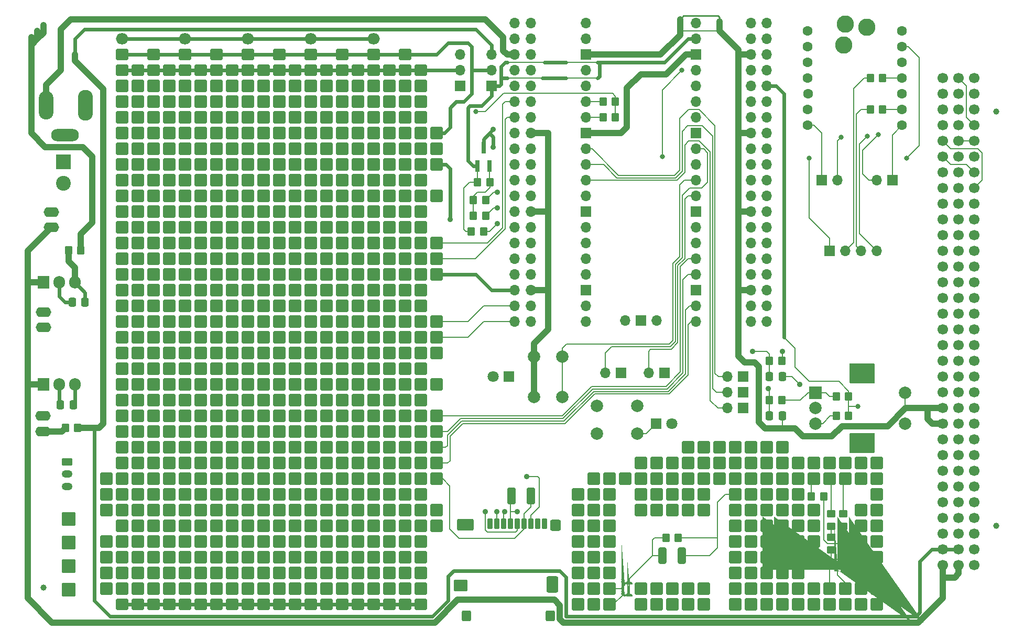
<source format=gbl>
%TF.GenerationSoftware,KiCad,Pcbnew,(6.0.7)*%
%TF.CreationDate,2022-11-12T16:25:49+00:00*%
%TF.ProjectId,pico-euro,7069636f-2d65-4757-926f-2e6b69636164,rev?*%
%TF.SameCoordinates,Original*%
%TF.FileFunction,Copper,L2,Bot*%
%TF.FilePolarity,Positive*%
%FSLAX46Y46*%
G04 Gerber Fmt 4.6, Leading zero omitted, Abs format (unit mm)*
G04 Created by KiCad (PCBNEW (6.0.7)) date 2022-11-12 16:25:49*
%MOMM*%
%LPD*%
G01*
G04 APERTURE LIST*
G04 Aperture macros list*
%AMRoundRect*
0 Rectangle with rounded corners*
0 $1 Rounding radius*
0 $2 $3 $4 $5 $6 $7 $8 $9 X,Y pos of 4 corners*
0 Add a 4 corners polygon primitive as box body*
4,1,4,$2,$3,$4,$5,$6,$7,$8,$9,$2,$3,0*
0 Add four circle primitives for the rounded corners*
1,1,$1+$1,$2,$3*
1,1,$1+$1,$4,$5*
1,1,$1+$1,$6,$7*
1,1,$1+$1,$8,$9*
0 Add four rect primitives between the rounded corners*
20,1,$1+$1,$2,$3,$4,$5,0*
20,1,$1+$1,$4,$5,$6,$7,0*
20,1,$1+$1,$6,$7,$8,$9,0*
20,1,$1+$1,$8,$9,$2,$3,0*%
%AMFreePoly0*
4,1,45,1.912603,1.631106,1.928902,1.631106,1.941342,1.622068,1.956012,1.617454,1.965717,1.604359,1.978902,1.594779,1.983654,1.580154,1.992810,1.567799,1.992964,1.551500,1.998000,1.536000,1.998000,-1.500000,1.993154,-1.514916,1.993203,-1.530602,1.983844,-1.543570,1.978902,-1.558779,1.966213,-1.567998,1.957034,-1.580716,1.941840,-1.585706,1.928902,-1.595106,1.913217,-1.595106,
1.898315,-1.600000,-1.911685,-1.612000,-1.926910,-1.607106,-1.942902,-1.607106,-1.955591,-1.597887,-1.970524,-1.593087,-1.979965,-1.580179,-1.992902,-1.570779,-1.997749,-1.555861,-2.007008,-1.543201,-2.007058,-1.527209,-2.012000,-1.512000,-2.012000,1.500000,-2.007249,1.514623,-2.007394,1.530002,-1.997938,1.543279,-1.992902,1.558779,-1.980462,1.567817,-1.971541,1.580343,-1.956088,1.585526,
-1.942902,1.595106,-1.927525,1.595106,-1.912945,1.599996,1.897055,1.635996,1.912603,1.631106,1.912603,1.631106,$1*%
%AMFreePoly1*
4,1,45,1.898315,1.600000,1.913217,1.595106,1.928902,1.595106,1.941840,1.585706,1.957034,1.580716,1.966213,1.567998,1.978902,1.558779,1.983844,1.543570,1.993203,1.530602,1.993154,1.514916,1.998000,1.500000,1.998000,-1.536000,1.992964,-1.551500,1.992810,-1.567799,1.983654,-1.580154,1.978902,-1.594779,1.965717,-1.604359,1.956012,-1.617454,1.941342,-1.622068,1.928902,-1.631106,
1.912603,-1.631106,1.897055,-1.635996,-1.912945,-1.599996,-1.927525,-1.595106,-1.942902,-1.595106,-1.956088,-1.585526,-1.971541,-1.580343,-1.980462,-1.567817,-1.992902,-1.558779,-1.997938,-1.543279,-2.007394,-1.530002,-2.007249,-1.514623,-2.012000,-1.500000,-2.012000,1.512000,-2.007058,1.527209,-2.007008,1.543201,-1.997749,1.555861,-1.992902,1.570779,-1.979965,1.580179,-1.970524,1.593087,
-1.955591,1.597887,-1.942902,1.607106,-1.926910,1.607106,-1.911685,1.612000,1.898315,1.600000,1.898315,1.600000,$1*%
%AMFreePoly2*
4,1,55,0.485956,0.271440,0.497433,0.272452,0.514667,0.262112,0.533779,0.255902,0.540551,0.246582,0.550430,0.240654,0.558295,0.222159,0.570106,0.205902,0.570106,0.194383,0.574615,0.183779,0.570106,0.164194,0.570106,0.144098,0.563333,0.134776,0.560749,0.123551,0.485749,-0.001450,0.476362,-0.009621,0.470711,-0.020711,0.395711,-0.095711,0.381268,-0.103070,0.369721,-0.114443,
0.219721,-0.189443,0.208700,-0.191103,0.199254,-0.197014,0.099254,-0.222014,0.086838,-0.221154,0.075000,-0.225000,-0.075000,-0.225000,-0.090416,-0.219991,-0.106623,-0.219868,-0.256623,-0.169868,-0.265589,-0.163249,-0.276449,-0.160749,-0.401450,-0.085749,-0.409621,-0.076362,-0.420711,-0.070711,-0.495711,0.004289,-0.503070,0.018732,-0.514443,0.030279,-0.564443,0.130279,-0.565588,0.137879,
-0.570106,0.144098,-0.570106,0.167877,-0.573648,0.191393,-0.570106,0.198216,-0.570106,0.205902,-0.556129,0.225140,-0.545172,0.246246,-0.538297,0.249683,-0.533779,0.255902,-0.511163,0.263250,-0.489893,0.273885,-0.482310,0.272625,-0.475000,0.275000,0.475000,0.275000,0.485956,0.271440,0.485956,0.271440,$1*%
%AMFreePoly3*
4,1,58,0.061838,0.221154,0.074254,0.222014,0.174254,0.197014,0.180172,0.193311,0.187139,0.192848,0.312139,0.142848,0.322383,0.134312,0.335000,0.130000,0.435000,0.055000,0.446143,0.039163,0.460749,0.026450,0.535749,-0.098551,0.538333,-0.109776,0.545106,-0.119098,0.545106,-0.139194,0.549615,-0.158779,0.545106,-0.169383,0.545106,-0.180902,0.533295,-0.197159,0.525430,-0.215654,
0.515551,-0.221582,0.508779,-0.230902,0.489667,-0.237112,0.472433,-0.247452,0.460956,-0.246440,0.450000,-0.250000,-0.450000,-0.250000,-0.457310,-0.247625,-0.464893,-0.248885,-0.486163,-0.238250,-0.508779,-0.230902,-0.513297,-0.224683,-0.520172,-0.221246,-0.531129,-0.200140,-0.545106,-0.180902,-0.545106,-0.173216,-0.548648,-0.166393,-0.545106,-0.142877,-0.545106,-0.119098,-0.540588,-0.112879,
-0.539443,-0.105279,-0.514443,-0.055278,-0.509940,-0.050706,-0.508205,-0.044530,-0.458205,0.030470,-0.444817,0.041047,-0.435000,0.055000,-0.335000,0.130000,-0.326284,0.132979,-0.319721,0.139443,-0.219722,0.189443,-0.208700,0.191103,-0.199254,0.197014,-0.099253,0.222014,-0.086837,0.221154,-0.075000,0.225000,0.050000,0.225000,0.061838,0.221154,0.061838,0.221154,$1*%
G04 Aperture macros list end*
%TA.AperFunction,ComponentPad*%
%ADD10O,1.700000X1.700000*%
%TD*%
%TA.AperFunction,ComponentPad*%
%ADD11R,1.905000X2.000000*%
%TD*%
%TA.AperFunction,ComponentPad*%
%ADD12O,1.905000X2.000000*%
%TD*%
%TA.AperFunction,ComponentPad*%
%ADD13RoundRect,0.180000X-0.820000X0.720000X-0.820000X-0.720000X0.820000X-0.720000X0.820000X0.720000X0*%
%TD*%
%TA.AperFunction,ComponentPad*%
%ADD14RoundRect,0.200000X-0.800000X-0.800000X0.800000X-0.800000X0.800000X0.800000X-0.800000X0.800000X0*%
%TD*%
%TA.AperFunction,ComponentPad*%
%ADD15RoundRect,0.200000X0.800000X-0.800000X0.800000X0.800000X-0.800000X0.800000X-0.800000X-0.800000X0*%
%TD*%
%TA.AperFunction,ComponentPad*%
%ADD16RoundRect,0.200000X0.800000X0.800000X-0.800000X0.800000X-0.800000X-0.800000X0.800000X-0.800000X0*%
%TD*%
%TA.AperFunction,ComponentPad*%
%ADD17R,1.700000X1.700000*%
%TD*%
%TA.AperFunction,ComponentPad*%
%ADD18RoundRect,0.250000X-0.625000X0.350000X-0.625000X-0.350000X0.625000X-0.350000X0.625000X0.350000X0*%
%TD*%
%TA.AperFunction,ComponentPad*%
%ADD19O,1.750000X1.200000*%
%TD*%
%TA.AperFunction,ComponentPad*%
%ADD20O,2.500000X1.600000*%
%TD*%
%TA.AperFunction,ComponentPad*%
%ADD21R,2.000000X2.000000*%
%TD*%
%TA.AperFunction,ComponentPad*%
%ADD22C,2.000000*%
%TD*%
%TA.AperFunction,ComponentPad*%
%ADD23FreePoly0,0.000000*%
%TD*%
%TA.AperFunction,ComponentPad*%
%ADD24FreePoly1,0.000000*%
%TD*%
%TA.AperFunction,ComponentPad*%
%ADD25O,2.000000X1.800000*%
%TD*%
%TA.AperFunction,ComponentPad*%
%ADD26C,1.700000*%
%TD*%
%TA.AperFunction,ComponentPad*%
%ADD27RoundRect,0.220000X0.880000X0.880000X-0.880000X0.880000X-0.880000X-0.880000X0.880000X-0.880000X0*%
%TD*%
%TA.AperFunction,ComponentPad*%
%ADD28O,2.400000X5.000000*%
%TD*%
%TA.AperFunction,ComponentPad*%
%ADD29O,4.500000X2.000000*%
%TD*%
%TA.AperFunction,ComponentPad*%
%ADD30O,2.400000X4.600000*%
%TD*%
%TA.AperFunction,ComponentPad*%
%ADD31RoundRect,0.180000X0.820000X-0.720000X0.820000X0.720000X-0.820000X0.720000X-0.820000X-0.720000X0*%
%TD*%
%TA.AperFunction,ComponentPad*%
%ADD32C,1.600000*%
%TD*%
%TA.AperFunction,ComponentPad*%
%ADD33C,2.800000*%
%TD*%
%TA.AperFunction,ComponentPad*%
%ADD34R,2.400000X2.400000*%
%TD*%
%TA.AperFunction,ComponentPad*%
%ADD35C,2.400000*%
%TD*%
%TA.AperFunction,ComponentPad*%
%ADD36R,1.800000X1.800000*%
%TD*%
%TA.AperFunction,ComponentPad*%
%ADD37C,1.800000*%
%TD*%
%TA.AperFunction,ComponentPad*%
%ADD38RoundRect,0.200000X-0.800000X0.800000X-0.800000X-0.800000X0.800000X-0.800000X0.800000X0.800000X0*%
%TD*%
%TA.AperFunction,SMDPad,CuDef*%
%ADD39C,1.000000*%
%TD*%
%TA.AperFunction,SMDPad,CuDef*%
%ADD40RoundRect,0.250000X-0.350000X-0.450000X0.350000X-0.450000X0.350000X0.450000X-0.350000X0.450000X0*%
%TD*%
%TA.AperFunction,SMDPad,CuDef*%
%ADD41RoundRect,0.250000X0.350000X0.450000X-0.350000X0.450000X-0.350000X-0.450000X0.350000X-0.450000X0*%
%TD*%
%TA.AperFunction,WasherPad*%
%ADD42RoundRect,0.200000X-0.800000X0.800000X-0.800000X-0.800000X0.800000X-0.800000X0.800000X0.800000X0*%
%TD*%
%TA.AperFunction,WasherPad*%
%ADD43RoundRect,0.200000X0.800000X0.800000X-0.800000X0.800000X-0.800000X-0.800000X0.800000X-0.800000X0*%
%TD*%
%TA.AperFunction,SMDPad,CuDef*%
%ADD44RoundRect,0.120000X-0.280000X-0.749000X0.280000X-0.749000X0.280000X0.749000X-0.280000X0.749000X0*%
%TD*%
%TA.AperFunction,SMDPad,CuDef*%
%ADD45RoundRect,0.279450X-0.652050X-1.056550X0.652050X-1.056550X0.652050X1.056550X-0.652050X1.056550X0*%
%TD*%
%TA.AperFunction,SMDPad,CuDef*%
%ADD46RoundRect,0.285750X-1.079750X-0.666750X1.079750X-0.666750X1.079750X0.666750X-1.079750X0.666750X0*%
%TD*%
%TA.AperFunction,SMDPad,CuDef*%
%ADD47RoundRect,0.252450X-0.589050X-0.644550X0.589050X-0.644550X0.589050X0.644550X-0.589050X0.644550X0*%
%TD*%
%TA.AperFunction,SMDPad,CuDef*%
%ADD48RoundRect,0.289800X-0.829700X-0.676200X0.829700X-0.676200X0.829700X0.676200X-0.829700X0.676200X0*%
%TD*%
%TA.AperFunction,SMDPad,CuDef*%
%ADD49RoundRect,0.225000X-0.525000X-0.625000X0.525000X-0.625000X0.525000X0.625000X-0.525000X0.625000X0*%
%TD*%
%TA.AperFunction,SMDPad,CuDef*%
%ADD50RoundRect,0.250000X-0.400000X-1.075000X0.400000X-1.075000X0.400000X1.075000X-0.400000X1.075000X0*%
%TD*%
%TA.AperFunction,SMDPad,CuDef*%
%ADD51R,0.800000X1.900000*%
%TD*%
%TA.AperFunction,SMDPad,CuDef*%
%ADD52RoundRect,0.250000X-0.450000X0.350000X-0.450000X-0.350000X0.450000X-0.350000X0.450000X0.350000X0*%
%TD*%
%TA.AperFunction,SMDPad,CuDef*%
%ADD53FreePoly2,270.000000*%
%TD*%
%TA.AperFunction,SMDPad,CuDef*%
%ADD54FreePoly3,270.000000*%
%TD*%
%TA.AperFunction,SMDPad,CuDef*%
%ADD55FreePoly2,180.000000*%
%TD*%
%TA.AperFunction,SMDPad,CuDef*%
%ADD56FreePoly3,180.000000*%
%TD*%
%TA.AperFunction,SMDPad,CuDef*%
%ADD57RoundRect,0.250000X0.337500X0.475000X-0.337500X0.475000X-0.337500X-0.475000X0.337500X-0.475000X0*%
%TD*%
%TA.AperFunction,SMDPad,CuDef*%
%ADD58RoundRect,0.250000X-0.412500X-1.100000X0.412500X-1.100000X0.412500X1.100000X-0.412500X1.100000X0*%
%TD*%
%TA.AperFunction,SMDPad,CuDef*%
%ADD59RoundRect,0.250000X-0.337500X-0.475000X0.337500X-0.475000X0.337500X0.475000X-0.337500X0.475000X0*%
%TD*%
%TA.AperFunction,ViaPad*%
%ADD60C,0.804800*%
%TD*%
%TA.AperFunction,ViaPad*%
%ADD61C,0.904800*%
%TD*%
%TA.AperFunction,ViaPad*%
%ADD62C,0.800000*%
%TD*%
%TA.AperFunction,Conductor*%
%ADD63C,0.203200*%
%TD*%
%TA.AperFunction,Conductor*%
%ADD64C,0.609600*%
%TD*%
%TA.AperFunction,Conductor*%
%ADD65C,1.016000*%
%TD*%
%TA.AperFunction,Conductor*%
%ADD66C,0.254000*%
%TD*%
G04 APERTURE END LIST*
D10*
%TO.P,J2,1,Pin_1*%
%TO.N,/IO0*%
X109160000Y-38100000D03*
X111760000Y-38100000D03*
%TO.P,J2,2,Pin_2*%
%TO.N,/IO1*%
X109160000Y-40640000D03*
X111760000Y-40640000D03*
%TO.P,J2,3,Pin_3*%
%TO.N,GND*%
X111760000Y-43180000D03*
X109160000Y-43180000D03*
%TO.P,J2,4,Pin_4*%
%TO.N,/IO2*%
X111760000Y-45720000D03*
X109160000Y-45720000D03*
%TO.P,J2,5,Pin_5*%
%TO.N,/IO3*%
X111760000Y-48260000D03*
X109160000Y-48260000D03*
%TO.P,J2,6,Pin_6*%
%TO.N,/SDA0*%
X109160000Y-50800000D03*
X111760000Y-50800000D03*
%TO.P,J2,7,Pin_7*%
%TO.N,/SCL0*%
X111760000Y-53340000D03*
X109160000Y-53340000D03*
%TO.P,J2,8,Pin_8*%
%TO.N,GND*%
X111760000Y-55880000D03*
X109160000Y-55880000D03*
%TO.P,J2,9,Pin_9*%
%TO.N,/IO6*%
X111760000Y-58420000D03*
X109160000Y-58420000D03*
%TO.P,J2,10,Pin_10*%
%TO.N,/IO7*%
X109160000Y-60960000D03*
X111760000Y-60960000D03*
%TO.P,J2,11,Pin_11*%
%TO.N,/IO8*%
X109160000Y-63500000D03*
X111760000Y-63500000D03*
%TO.P,J2,12,Pin_12*%
%TO.N,/IO9*%
X109160000Y-66040000D03*
X111760000Y-66040000D03*
%TO.P,J2,13,Pin_13*%
%TO.N,GND*%
X111760000Y-68580000D03*
X109160000Y-68580000D03*
%TO.P,J2,14,Pin_14*%
%TO.N,/IO10*%
X109160000Y-71120000D03*
X111760000Y-71120000D03*
%TO.P,J2,15,Pin_15*%
%TO.N,/IO11*%
X109160000Y-73660000D03*
X111760000Y-73660000D03*
%TO.P,J2,16,Pin_16*%
%TO.N,/IO12*%
X111760000Y-76200000D03*
X109160000Y-76200000D03*
%TO.P,J2,17,Pin_17*%
%TO.N,/IO13*%
X109160000Y-78740000D03*
X111760000Y-78740000D03*
%TO.P,J2,18,Pin_18*%
%TO.N,GND*%
X109160000Y-81280000D03*
X111760000Y-81280000D03*
%TO.P,J2,19,Pin_19*%
%TO.N,/IO14*%
X111760000Y-83820000D03*
X109160000Y-83820000D03*
%TO.P,J2,20,Pin_20*%
%TO.N,/IO15*%
X111760000Y-86360000D03*
X109160000Y-86360000D03*
%TD*%
D11*
%TO.P,U4,1,IN*%
%TO.N,+12V*%
X33020000Y-80010000D03*
D12*
%TO.P,U4,2,GND*%
%TO.N,GND*%
X35560000Y-80010000D03*
%TO.P,U4,3,OUT*%
%TO.N,Net-(C4-Pad1)*%
X38100000Y-80010000D03*
%TD*%
D13*
%TO.P,J16,1,Pin_1*%
%TO.N,/BUSBAR-5*%
X45720000Y-43180000D03*
X81280000Y-43180000D03*
X66040000Y-43180000D03*
X50800000Y-43180000D03*
X76200000Y-43180000D03*
X60960000Y-43180000D03*
X71120000Y-43180000D03*
X86360000Y-43180000D03*
X55880000Y-43180000D03*
X91440000Y-43180000D03*
%TD*%
D14*
%TO.P,J24,1,Pin_1*%
%TO.N,Net-(J24-Pad1)*%
X124460000Y-114300000D03*
%TO.P,J24,2,Pin_2*%
%TO.N,Net-(J24-Pad2)*%
X124460000Y-116840000D03*
%TO.P,J24,3,Pin_3*%
%TO.N,Net-(J24-Pad3)*%
X124460000Y-119380000D03*
%TO.P,J24,4,Pin_4*%
%TO.N,Net-(J24-Pad4)*%
X124460000Y-121920000D03*
%TD*%
D15*
%TO.P,J31,1,Pin_1*%
%TO.N,/SO8-5*%
X157480000Y-129540000D03*
%TO.P,J31,2,Pin_2*%
%TO.N,/SO8-6*%
X160020000Y-129540000D03*
%TO.P,J31,3,Pin_3*%
%TO.N,/SO8-7*%
X162560000Y-129540000D03*
%TO.P,J31,4,Pin_4*%
%TO.N,/SO8-8*%
X165100000Y-129540000D03*
%TD*%
D16*
%TO.P,J23,1,Pin_1*%
%TO.N,GND*%
X96520000Y-111760000D03*
%TO.P,J23,2,Pin_2*%
%TO.N,/IO16*%
X96520000Y-109220000D03*
%TO.P,J23,3,Pin_3*%
%TO.N,/IO17*%
X96520000Y-106680000D03*
%TO.P,J23,4,Pin_4*%
%TO.N,/IO18*%
X96520000Y-104140000D03*
%TO.P,J23,5,Pin_5*%
%TO.N,/IO19*%
X96520000Y-101600000D03*
%TD*%
%TO.P,J12,1,Pin_1*%
%TO.N,Net-(J12-Pad1)*%
X43180000Y-129540000D03*
%TO.P,J12,2,Pin_2*%
%TO.N,Net-(J12-Pad2)*%
X43180000Y-127000000D03*
%TO.P,J12,3,Pin_3*%
%TO.N,Net-(J12-Pad3)*%
X43180000Y-124460000D03*
%TO.P,J12,4,Pin_4*%
%TO.N,Net-(J12-Pad4)*%
X43180000Y-121920000D03*
%TD*%
D14*
%TO.P,J35,1,Pin_1*%
%TO.N,unconnected-(J35-Pad1)*%
X96520000Y-96520000D03*
%TD*%
D17*
%TO.P,J42,1,Pin_1*%
%TO.N,Net-(C8-Pad1)*%
X146050000Y-95250000D03*
D10*
%TO.P,J42,2,Pin_2*%
%TO.N,/IO6*%
X143510000Y-95250000D03*
%TD*%
D18*
%TO.P,J10,1,Pin_1*%
%TO.N,Net-(J10-Pad1)*%
X36830000Y-108998000D03*
D19*
%TO.P,J10,2,Pin_2*%
%TO.N,Net-(J10-Pad2)*%
X36830000Y-110998000D03*
%TO.P,J10,3,Pin_3*%
%TO.N,Net-(J10-Pad3)*%
X36830000Y-112998000D03*
%TD*%
D16*
%TO.P,J27,1,Pin_1*%
%TO.N,Net-(J26-Pad13)*%
X144780000Y-121920000D03*
%TO.P,J27,2,Pin_2*%
%TO.N,Net-(J26-Pad14)*%
X144780000Y-119380000D03*
%TO.P,J27,3,Pin_3*%
%TO.N,Net-(J26-Pad15)*%
X144780000Y-116840000D03*
%TO.P,J27,4,Pin_4*%
%TO.N,/SO16-16*%
X144780000Y-114300000D03*
%TD*%
D20*
%TO.P,C4,1*%
%TO.N,Net-(C4-Pad1)*%
X33020000Y-87272500D03*
%TO.P,C4,2*%
%TO.N,GND*%
X33020000Y-84772500D03*
%TD*%
D16*
%TO.P,J28,1,Pin_1*%
%TO.N,Net-(J26-Pad9)*%
X144780000Y-132080000D03*
%TO.P,J28,2,Pin_2*%
%TO.N,Net-(J26-Pad10)*%
X144780000Y-129540000D03*
%TO.P,J28,3,Pin_3*%
%TO.N,Net-(J26-Pad11)*%
X144780000Y-127000000D03*
%TO.P,J28,4,Pin_4*%
%TO.N,Net-(J26-Pad12)*%
X144780000Y-124460000D03*
%TD*%
D21*
%TO.P,SW3,A,A*%
%TO.N,Net-(R17-Pad1)*%
X157787500Y-97830000D03*
D22*
%TO.P,SW3,B,B*%
%TO.N,Net-(R16-Pad1)*%
X157787500Y-102830000D03*
%TO.P,SW3,C,C*%
%TO.N,GND*%
X157787500Y-100330000D03*
D23*
%TO.P,SW3,MP*%
%TO.N,N/C*%
X165287500Y-105930000D03*
D24*
X165287500Y-94730000D03*
D22*
%TO.P,SW3,S1,S1*%
%TO.N,GND*%
X172287500Y-97830000D03*
%TO.P,SW3,S2,S2*%
%TO.N,Net-(J41-Pad1)*%
X172287500Y-102830000D03*
%TD*%
D16*
%TO.P,J22,1,Pin_1*%
%TO.N,GND*%
X96520000Y-78740000D03*
%TO.P,J22,2,Pin_2*%
%TO.N,/SCL0*%
X96520000Y-76200000D03*
%TO.P,J22,3,Pin_3*%
%TO.N,/SDA0*%
X96520000Y-73660000D03*
%TD*%
%TO.P,J32,1,Pin_1*%
%TO.N,GND*%
X96520000Y-91440000D03*
%TO.P,J32,2,Pin_2*%
%TO.N,/IO15*%
X96520000Y-88900000D03*
%TO.P,J32,3,Pin_3*%
%TO.N,/IO14*%
X96520000Y-86360000D03*
%TD*%
D17*
%TO.P,J5,1,Pin_1*%
%TO.N,Net-(J5-Pad1)*%
X126365000Y-94615000D03*
D10*
%TO.P,J5,2,Pin_2*%
%TO.N,/IO27*%
X123825000Y-94615000D03*
%TD*%
D14*
%TO.P,J37,1,Pin_1*%
%TO.N,unconnected-(J37-Pad1)*%
X96520000Y-116840000D03*
%TO.P,J37,2,Pin_2*%
%TO.N,unconnected-(J37-Pad2)*%
X96520000Y-119380000D03*
%TD*%
D25*
%TO.P,J18,1,Pin_1*%
%TO.N,+12V*%
X66040000Y-40640000D03*
X55880000Y-40640000D03*
X76200000Y-40640000D03*
X45720000Y-40640000D03*
X86360000Y-40640000D03*
%TD*%
D26*
%TO.P,J1,A1,A1*%
%TO.N,VBUS*%
X183440000Y-46990000D03*
%TO.P,J1,A2,A2*%
%TO.N,/VBUS_XIAO*%
X183440000Y-49530000D03*
%TO.P,J1,A3,A3*%
%TO.N,unconnected-(J1-PadA3)*%
X183440000Y-52070000D03*
%TO.P,J1,A4,A4*%
%TO.N,VSYS*%
X183440000Y-54610000D03*
%TO.P,J1,A5,A5*%
%TO.N,3V3*%
X183440000Y-57150000D03*
%TO.P,J1,A6,A6*%
%TO.N,GND*%
X183440000Y-59690000D03*
%TO.P,J1,A7,A7*%
%TO.N,/SCL0*%
X183440000Y-62230000D03*
%TO.P,J1,A8,A8*%
%TO.N,/SDA0*%
X183440000Y-64770000D03*
%TO.P,J1,A9,A9*%
%TO.N,unconnected-(J1-PadA9)*%
X183440000Y-67310000D03*
%TO.P,J1,A10,A10*%
%TO.N,unconnected-(J1-PadA10)*%
X183440000Y-69850000D03*
%TO.P,J1,A11,A11*%
%TO.N,unconnected-(J1-PadA11)*%
X183440000Y-72390000D03*
%TO.P,J1,A12,A12*%
%TO.N,unconnected-(J1-PadA12)*%
X183440000Y-74930000D03*
%TO.P,J1,A13,A13*%
%TO.N,unconnected-(J1-PadA13)*%
X183440000Y-77470000D03*
%TO.P,J1,A14,A14*%
%TO.N,unconnected-(J1-PadA14)*%
X183440000Y-80010000D03*
%TO.P,J1,A15,A15*%
%TO.N,unconnected-(J1-PadA15)*%
X183440000Y-82550000D03*
%TO.P,J1,A16,A16*%
%TO.N,unconnected-(J1-PadA16)*%
X183440000Y-85090000D03*
%TO.P,J1,A17,A17*%
%TO.N,unconnected-(J1-PadA17)*%
X183440000Y-87630000D03*
%TO.P,J1,A18,A18*%
%TO.N,unconnected-(J1-PadA18)*%
X183440000Y-90170000D03*
%TO.P,J1,A19,A19*%
%TO.N,unconnected-(J1-PadA19)*%
X183440000Y-92710000D03*
%TO.P,J1,A20,A20*%
%TO.N,unconnected-(J1-PadA20)*%
X183440000Y-95250000D03*
%TO.P,J1,A21,A21*%
%TO.N,unconnected-(J1-PadA21)*%
X183440000Y-97790000D03*
%TO.P,J1,A22,A22*%
%TO.N,unconnected-(J1-PadA22)*%
X183440000Y-100330000D03*
%TO.P,J1,A23,A23*%
%TO.N,unconnected-(J1-PadA23)*%
X183440000Y-102870000D03*
%TO.P,J1,A24,A24*%
%TO.N,unconnected-(J1-PadA24)*%
X183440000Y-105410000D03*
%TO.P,J1,A25,A25*%
%TO.N,unconnected-(J1-PadA25)*%
X183440000Y-107950000D03*
%TO.P,J1,A26,A26*%
%TO.N,unconnected-(J1-PadA26)*%
X183440000Y-110490000D03*
%TO.P,J1,A27,A27*%
%TO.N,unconnected-(J1-PadA27)*%
X183440000Y-113030000D03*
%TO.P,J1,A28,A28*%
%TO.N,unconnected-(J1-PadA28)*%
X183440000Y-115570000D03*
%TO.P,J1,A29,A29*%
%TO.N,unconnected-(J1-PadA29)*%
X183440000Y-118110000D03*
%TO.P,J1,A30,A30*%
%TO.N,unconnected-(J1-PadA30)*%
X183440000Y-120650000D03*
%TO.P,J1,A31,A31*%
%TO.N,unconnected-(J1-PadA31)*%
X183440000Y-123190000D03*
%TO.P,J1,A32,A32*%
%TO.N,unconnected-(J1-PadA32)*%
X183440000Y-125730000D03*
%TO.P,J1,B1,B1*%
%TO.N,VSYS*%
X180900000Y-46990000D03*
%TO.P,J1,B2,B2*%
%TO.N,3V3*%
X180900000Y-49530000D03*
%TO.P,J1,B3,B3*%
%TO.N,AREF*%
X180900000Y-52070000D03*
%TO.P,J1,B4,B4*%
%TO.N,/IO28*%
X180900000Y-54610000D03*
%TO.P,J1,B5,B5*%
%TO.N,3V3*%
X180900000Y-57150000D03*
%TO.P,J1,B6,B6*%
%TO.N,/IO27*%
X180900000Y-59690000D03*
%TO.P,J1,B7,B7*%
%TO.N,/IO26*%
X180900000Y-62230000D03*
%TO.P,J1,B8,B8*%
%TO.N,/RUN*%
X180900000Y-64770000D03*
%TO.P,J1,B9,B9*%
%TO.N,GND*%
X180900000Y-67310000D03*
%TO.P,J1,B10,B10*%
%TO.N,/IO22*%
X180900000Y-69850000D03*
%TO.P,J1,B11,B11*%
%TO.N,/IO21*%
X180900000Y-72390000D03*
%TO.P,J1,B12,B12*%
%TO.N,/IO20*%
X180900000Y-74930000D03*
%TO.P,J1,B13,B13*%
%TO.N,/IO19*%
X180900000Y-77470000D03*
%TO.P,J1,B14,B14*%
%TO.N,/IO18*%
X180900000Y-80010000D03*
%TO.P,J1,B15,B15*%
%TO.N,/IO17*%
X180900000Y-82550000D03*
%TO.P,J1,B16,B16*%
%TO.N,/IO16*%
X180900000Y-85090000D03*
%TO.P,J1,B17,B17*%
%TO.N,unconnected-(J1-PadB17)*%
X180900000Y-87630000D03*
%TO.P,J1,B18,B18*%
%TO.N,unconnected-(J1-PadB18)*%
X180900000Y-90170000D03*
%TO.P,J1,B19,B19*%
%TO.N,unconnected-(J1-PadB19)*%
X180900000Y-92710000D03*
%TO.P,J1,B20,B20*%
%TO.N,unconnected-(J1-PadB20)*%
X180900000Y-95250000D03*
%TO.P,J1,B21,B21*%
%TO.N,unconnected-(J1-PadB21)*%
X180900000Y-97790000D03*
%TO.P,J1,B22,B22*%
%TO.N,unconnected-(J1-PadB22)*%
X180900000Y-100330000D03*
%TO.P,J1,B23,B23*%
%TO.N,unconnected-(J1-PadB23)*%
X180900000Y-102870000D03*
%TO.P,J1,B24,B24*%
%TO.N,unconnected-(J1-PadB24)*%
X180900000Y-105410000D03*
%TO.P,J1,B25,B25*%
%TO.N,unconnected-(J1-PadB25)*%
X180900000Y-107950000D03*
%TO.P,J1,B26,B26*%
%TO.N,unconnected-(J1-PadB26)*%
X180900000Y-110490000D03*
%TO.P,J1,B27,B27*%
%TO.N,unconnected-(J1-PadB27)*%
X180900000Y-113030000D03*
%TO.P,J1,B28,B28*%
%TO.N,unconnected-(J1-PadB28)*%
X180900000Y-115570000D03*
%TO.P,J1,B29,B29*%
%TO.N,unconnected-(J1-PadB29)*%
X180900000Y-118110000D03*
%TO.P,J1,B30,B30*%
%TO.N,unconnected-(J1-PadB30)*%
X180900000Y-120650000D03*
%TO.P,J1,B31,B31*%
%TO.N,+5VP*%
X180900000Y-123190000D03*
%TO.P,J1,B32,B32*%
%TO.N,+12V*%
X180900000Y-125730000D03*
%TO.P,J1,C1,C1*%
%TO.N,/IO0*%
X178360000Y-46990000D03*
%TO.P,J1,C2,C2*%
%TO.N,/IO1*%
X178360000Y-49530000D03*
%TO.P,J1,C3,C3*%
%TO.N,/IO2*%
X178360000Y-52070000D03*
%TO.P,J1,C4,C4*%
%TO.N,/IO3*%
X178360000Y-54610000D03*
%TO.P,J1,C5,C5*%
%TO.N,/SDA0*%
X178360000Y-57150000D03*
%TO.P,J1,C6,C6*%
%TO.N,/SCL0*%
X178360000Y-59690000D03*
%TO.P,J1,C7,C7*%
%TO.N,/IO6*%
X178360000Y-62230000D03*
%TO.P,J1,C8,C8*%
%TO.N,/IO7*%
X178360000Y-64770000D03*
%TO.P,J1,C9,C9*%
%TO.N,/IO8*%
X178360000Y-67310000D03*
%TO.P,J1,C10,C10*%
%TO.N,/IO9*%
X178360000Y-69850000D03*
%TO.P,J1,C11,C11*%
%TO.N,/IO10*%
X178360000Y-72390000D03*
%TO.P,J1,C12,C12*%
%TO.N,/IO11*%
X178360000Y-74930000D03*
%TO.P,J1,C13,C13*%
%TO.N,/IO12*%
X178360000Y-77470000D03*
%TO.P,J1,C14,C14*%
%TO.N,/IO13*%
X178360000Y-80010000D03*
%TO.P,J1,C15,C15*%
%TO.N,/IO14*%
X178360000Y-82550000D03*
%TO.P,J1,C16,C16*%
%TO.N,/IO15*%
X178360000Y-85090000D03*
%TO.P,J1,C17,C17*%
%TO.N,GND*%
X178360000Y-87630000D03*
%TO.P,J1,C18,C18*%
%TO.N,unconnected-(J1-PadC18)*%
X178360000Y-90170000D03*
%TO.P,J1,C19,C19*%
%TO.N,unconnected-(J1-PadC19)*%
X178360000Y-92710000D03*
%TO.P,J1,C20,C20*%
%TO.N,unconnected-(J1-PadC20)*%
X178360000Y-95250000D03*
%TO.P,J1,C21,C21*%
%TO.N,unconnected-(J1-PadC21)*%
X178360000Y-97790000D03*
%TO.P,J1,C22,C22*%
%TO.N,GND*%
X178360000Y-100330000D03*
%TO.P,J1,C23,C23*%
X178360000Y-102870000D03*
%TO.P,J1,C24,C24*%
%TO.N,unconnected-(J1-PadC24)*%
X178360000Y-105410000D03*
%TO.P,J1,C25,C25*%
%TO.N,unconnected-(J1-PadC25)*%
X178360000Y-107950000D03*
%TO.P,J1,C26,C26*%
%TO.N,unconnected-(J1-PadC26)*%
X178360000Y-110490000D03*
%TO.P,J1,C27,C27*%
%TO.N,unconnected-(J1-PadC27)*%
X178360000Y-113030000D03*
%TO.P,J1,C28,C28*%
%TO.N,unconnected-(J1-PadC28)*%
X178360000Y-115570000D03*
%TO.P,J1,C29,C29*%
%TO.N,unconnected-(J1-PadC29)*%
X178360000Y-118110000D03*
%TO.P,J1,C30,C30*%
%TO.N,unconnected-(J1-PadC30)*%
X178360000Y-120650000D03*
%TO.P,J1,C31,C31*%
%TO.N,+5VP*%
X178360000Y-123190000D03*
%TO.P,J1,C32,C32*%
%TO.N,+12V*%
X178360000Y-125730000D03*
%TD*%
D17*
%TO.P,J20,1,Pin_1*%
%TO.N,3V3*%
X100330000Y-48260000D03*
D10*
%TO.P,J20,2,Pin_2*%
%TO.N,+3V3*%
X100330000Y-45720000D03*
%TO.P,J20,3,Pin_3*%
%TO.N,+3.3VP*%
X100330000Y-43180000D03*
%TD*%
D27*
%TO.P,J15,1,Pin_1*%
%TO.N,Net-(J12-Pad1)*%
X37084000Y-129667000D03*
%TO.P,J15,2,Pin_2*%
%TO.N,Net-(J12-Pad2)*%
X37084000Y-125857000D03*
%TO.P,J15,3,Pin_3*%
%TO.N,Net-(J12-Pad3)*%
X37084000Y-122047000D03*
%TO.P,J15,4,Pin_4*%
%TO.N,Net-(J12-Pad4)*%
X37084000Y-118237000D03*
%TD*%
D10*
%TO.P,J3,21,Pin_21*%
%TO.N,/IO16*%
X147320000Y-86360000D03*
X149860000Y-86360000D03*
%TO.P,J3,22,Pin_22*%
%TO.N,/IO17*%
X149860000Y-83820000D03*
X147320000Y-83820000D03*
%TO.P,J3,23,Pin_23*%
%TO.N,GND*%
X149860000Y-81280000D03*
X147320000Y-81280000D03*
%TO.P,J3,24,Pin_24*%
%TO.N,/IO18*%
X149860000Y-78740000D03*
X147320000Y-78740000D03*
%TO.P,J3,25,Pin_25*%
%TO.N,/IO19*%
X149860000Y-76200000D03*
X147320000Y-76200000D03*
%TO.P,J3,26,Pin_26*%
%TO.N,/IO20*%
X149860000Y-73660000D03*
X147320000Y-73660000D03*
%TO.P,J3,27,Pin_27*%
%TO.N,/IO21*%
X147320000Y-71120000D03*
X149860000Y-71120000D03*
%TO.P,J3,28,Pin_28*%
%TO.N,GND*%
X147320000Y-68580000D03*
X149860000Y-68580000D03*
%TO.P,J3,29,Pin_29*%
%TO.N,/IO22*%
X147320000Y-66040000D03*
X149860000Y-66040000D03*
%TO.P,J3,30,Pin_30*%
%TO.N,/RUN*%
X147320000Y-63500000D03*
X149860000Y-63500000D03*
%TO.P,J3,31,Pin_31*%
%TO.N,/IO26*%
X149860000Y-60960000D03*
X147320000Y-60960000D03*
%TO.P,J3,32,Pin_32*%
%TO.N,/IO27*%
X147320000Y-58420000D03*
X149860000Y-58420000D03*
%TO.P,J3,33,Pin_33*%
%TO.N,GND*%
X147320000Y-55880000D03*
X149860000Y-55880000D03*
%TO.P,J3,34,Pin_34*%
%TO.N,/IO28*%
X147320000Y-53340000D03*
X149860000Y-53340000D03*
%TO.P,J3,35,Pin_35*%
%TO.N,AREF*%
X147320000Y-50800000D03*
X149860000Y-50800000D03*
%TO.P,J3,36,Pin_36*%
%TO.N,3V3*%
X147320000Y-48260000D03*
X149860000Y-48260000D03*
%TO.P,J3,37,Pin_37*%
%TO.N,Net-(J3-Pad37)*%
X149860000Y-45720000D03*
X147320000Y-45720000D03*
%TO.P,J3,38,Pin_38*%
%TO.N,GND*%
X147320000Y-43180000D03*
X149860000Y-43180000D03*
%TO.P,J3,39,Pin_39*%
%TO.N,VSYS*%
X149860000Y-40640000D03*
X147320000Y-40640000D03*
%TO.P,J3,40,Pin_40*%
%TO.N,VBUS*%
X147320000Y-38100000D03*
X149860000Y-38100000D03*
%TD*%
D28*
%TO.P,J7,1*%
%TO.N,+12V*%
X39820000Y-51360000D03*
D29*
%TO.P,J7,2*%
%TO.N,unconnected-(J7-Pad2)*%
X36520000Y-56160000D03*
D30*
%TO.P,J7,3*%
%TO.N,GND*%
X33520000Y-51360000D03*
%TD*%
D17*
%TO.P,J21,1,Pin_1*%
%TO.N,VSYS*%
X105410000Y-48260000D03*
D10*
%TO.P,J21,2,Pin_2*%
%TO.N,/BUSBAR-5*%
X105410000Y-45720000D03*
%TO.P,J21,3,Pin_3*%
%TO.N,+5VP*%
X105410000Y-43180000D03*
%TD*%
D22*
%TO.P,SW2,1,1*%
%TO.N,Net-(J5-Pad1)*%
X122480000Y-99985000D03*
X128980000Y-99985000D03*
%TO.P,SW2,2,2*%
%TO.N,GND*%
X122480000Y-104485000D03*
X128980000Y-104485000D03*
%TD*%
%TO.P,SW1,1,1*%
%TO.N,/RUN*%
X116840000Y-98500000D03*
X116840000Y-92000000D03*
%TO.P,SW1,2,2*%
%TO.N,GND*%
X112340000Y-98500000D03*
X112340000Y-92000000D03*
%TD*%
D17*
%TO.P,J41,1,Pin_1*%
%TO.N,Net-(J41-Pad1)*%
X146050000Y-100330000D03*
D10*
%TO.P,J41,2,Pin_2*%
%TO.N,/IO8*%
X143510000Y-100330000D03*
%TD*%
D11*
%TO.P,U2,1,IN*%
%TO.N,+12V*%
X33020000Y-96500000D03*
D12*
%TO.P,U2,2,GND*%
%TO.N,GND*%
X35560000Y-96500000D03*
%TO.P,U2,3,OUT*%
%TO.N,Net-(C2-Pad1)*%
X38100000Y-96500000D03*
%TD*%
D17*
%TO.P,J6,1,Pin_1*%
%TO.N,GND*%
X160020000Y-74930000D03*
D10*
%TO.P,J6,2,Pin_2*%
%TO.N,/SWDIO*%
X162560000Y-74930000D03*
%TO.P,J6,3,Pin_3*%
%TO.N,/SWCLK*%
X165100000Y-74930000D03*
%TO.P,J6,4,Pin_4*%
%TO.N,3V3*%
X167640000Y-74930000D03*
%TD*%
D16*
%TO.P,J34,1,Pin_1*%
%TO.N,+3V3*%
X96520000Y-58420000D03*
%TO.P,J34,2,Pin_2*%
%TO.N,/BUSBAR-5*%
X96520000Y-55880000D03*
%TD*%
D31*
%TO.P,J19,1,Pin_1*%
%TO.N,GND*%
X48260000Y-132080000D03*
X83820000Y-132080000D03*
X73660000Y-132080000D03*
X91440000Y-132080000D03*
X53340000Y-132080000D03*
X76200000Y-132080000D03*
X50800000Y-132080000D03*
X58420000Y-132080000D03*
X45720000Y-132080000D03*
X55880000Y-132080000D03*
X81280000Y-132080000D03*
X63500000Y-132080000D03*
X93980000Y-132080000D03*
X86360000Y-132080000D03*
X66040000Y-132080000D03*
X78740000Y-132080000D03*
X68580000Y-132080000D03*
X60960000Y-132080000D03*
X88900000Y-132080000D03*
X71120000Y-132080000D03*
%TD*%
D17*
%TO.P,J39,1,Pin_1*%
%TO.N,Net-(J39-Pad1)*%
X170180000Y-63500000D03*
D10*
%TO.P,J39,2,Pin_2*%
%TO.N,/IO0*%
X167640000Y-63500000D03*
%TD*%
D14*
%TO.P,J25,1,Pin_1*%
%TO.N,Net-(J25-Pad1)*%
X124460000Y-124460000D03*
%TO.P,J25,2,Pin_2*%
%TO.N,Net-(J25-Pad2)*%
X124460000Y-127000000D03*
%TO.P,J25,3,Pin_3*%
%TO.N,/SO16-7*%
X124460000Y-129540000D03*
%TO.P,J25,4,Pin_4*%
%TO.N,/SO16-8*%
X124460000Y-132080000D03*
%TD*%
D17*
%TO.P,J38,1,Pin_1*%
%TO.N,Net-(J38-Pad1)*%
X158750000Y-63500000D03*
D10*
%TO.P,J38,2,Pin_2*%
%TO.N,/IO1*%
X161290000Y-63500000D03*
%TD*%
D20*
%TO.P,C1,1*%
%TO.N,+12V*%
X34290000Y-71100000D03*
%TO.P,C1,2*%
%TO.N,GND*%
X34290000Y-68600000D03*
%TD*%
D32*
%TO.P,U3,1,GPIO26_ADC0*%
%TO.N,unconnected-(U3-Pad1)*%
X156527500Y-39370000D03*
%TO.P,U3,2,GPIO27_ADC1*%
%TO.N,unconnected-(U3-Pad2)*%
X156527500Y-41910000D03*
%TO.P,U3,3,GPIO28_ADC2*%
%TO.N,unconnected-(U3-Pad3)*%
X156527500Y-44450000D03*
%TO.P,U3,4,GPIO29_ADC3*%
%TO.N,unconnected-(U3-Pad4)*%
X156527500Y-46990000D03*
%TO.P,U3,5,GPIO6*%
%TO.N,unconnected-(U3-Pad5)*%
X156577500Y-49530000D03*
%TO.P,U3,6,GPIO7*%
%TO.N,unconnected-(U3-Pad6)*%
X156527500Y-52070000D03*
%TO.P,U3,7,GPIO0*%
%TO.N,Net-(J38-Pad1)*%
X156527500Y-54610000D03*
%TO.P,U3,8,GPIO1*%
%TO.N,Net-(J39-Pad1)*%
X171767500Y-54610000D03*
%TO.P,U3,9,GPIO2*%
%TO.N,Net-(R7-Pad1)*%
X171767500Y-52070000D03*
%TO.P,U3,10,GPIO4*%
%TO.N,unconnected-(U3-Pad10)*%
X171767500Y-49530000D03*
%TO.P,U3,11,GPIO3*%
%TO.N,Net-(R8-Pad1)*%
X171767500Y-46990000D03*
%TO.P,U3,12,3V3*%
%TO.N,unconnected-(U3-Pad12)*%
X171717500Y-44450000D03*
%TO.P,U3,13,GND*%
%TO.N,GND*%
X171767500Y-41910000D03*
%TO.P,U3,14,VBUS*%
%TO.N,/VBUS_XIAO*%
X171767500Y-39370000D03*
D33*
%TO.P,U3,15,SWC*%
%TO.N,unconnected-(U3-Pad15)*%
X166052500Y-38735000D03*
%TO.P,U3,16,SWD*%
%TO.N,unconnected-(U3-Pad16)*%
X162623500Y-38227000D03*
%TO.P,U3,17,RUN*%
%TO.N,unconnected-(U3-Pad17)*%
X162369500Y-41656000D03*
%TD*%
D34*
%TO.P,J9,1,Pin_1*%
%TO.N,GND*%
X36260000Y-60480000D03*
D35*
%TO.P,J9,2,Pin_2*%
%TO.N,+12V*%
X36260000Y-63980000D03*
%TD*%
D36*
%TO.P,D2,1,K*%
%TO.N,GND*%
X108272500Y-95250000D03*
D37*
%TO.P,D2,2,A*%
%TO.N,Net-(D2-Pad2)*%
X105732500Y-95250000D03*
%TD*%
D31*
%TO.P,J17,1,Pin_1*%
%TO.N,+3V3*%
X53340000Y-45720000D03*
X58420000Y-45720000D03*
X48260000Y-45720000D03*
X66040000Y-45720000D03*
X73660000Y-45720000D03*
X78740000Y-45720000D03*
X93980000Y-45720000D03*
X83820000Y-45720000D03*
X68580000Y-45720000D03*
X86360000Y-45720000D03*
X50800000Y-45720000D03*
X60960000Y-45720000D03*
X71120000Y-45720000D03*
X81280000Y-45720000D03*
X88900000Y-45720000D03*
X55880000Y-45720000D03*
X76200000Y-45720000D03*
X91440000Y-45720000D03*
X45720000Y-45720000D03*
X63500000Y-45720000D03*
%TD*%
D36*
%TO.P,D1,1,K*%
%TO.N,GND*%
X132075000Y-102870000D03*
D37*
%TO.P,D1,2,A*%
%TO.N,Net-(D1-Pad2)*%
X134615000Y-102870000D03*
%TD*%
D14*
%TO.P,J11,1,Pin_1*%
%TO.N,Net-(J10-Pad1)*%
X43180000Y-111760000D03*
%TO.P,J11,2,Pin_2*%
%TO.N,Net-(J10-Pad2)*%
X43180000Y-114300000D03*
%TO.P,J11,3,Pin_3*%
%TO.N,Net-(J10-Pad3)*%
X43180000Y-116840000D03*
%TD*%
D17*
%TO.P,J4,1,Pin_1*%
%TO.N,Net-(J4-Pad1)*%
X133350000Y-94615000D03*
D10*
%TO.P,J4,2,Pin_2*%
%TO.N,/IO22*%
X130810000Y-94615000D03*
%TD*%
D38*
%TO.P,J29,1,Pin_1*%
%TO.N,/SO8-1*%
X165100000Y-111760000D03*
%TO.P,J29,2,Pin_2*%
%TO.N,/SO8-2*%
X162560000Y-111760000D03*
%TO.P,J29,3,Pin_3*%
%TO.N,/SO8-3*%
X160020000Y-111760000D03*
%TO.P,J29,4,Pin_4*%
%TO.N,/SO8-4*%
X157480000Y-111760000D03*
%TD*%
D10*
%TO.P,U1,43,SWDIO*%
%TO.N,/SWDIO*%
X132080000Y-86130000D03*
D17*
%TO.P,U1,42,GND*%
%TO.N,GND*%
X129540000Y-86130000D03*
D10*
%TO.P,U1,41,SWCLK*%
%TO.N,/SWCLK*%
X127000000Y-86130000D03*
%TO.P,U1,40,VBUS*%
%TO.N,VBUS*%
X138430000Y-38100000D03*
%TO.P,U1,39,VSYS*%
%TO.N,VSYS*%
X138430000Y-40640000D03*
D17*
%TO.P,U1,38,GND*%
%TO.N,GND*%
X138430000Y-43180000D03*
D10*
%TO.P,U1,37,3V3_EN*%
%TO.N,Net-(J3-Pad37)*%
X138430000Y-45720000D03*
%TO.P,U1,36,3V3*%
%TO.N,3V3*%
X138430000Y-48260000D03*
%TO.P,U1,35,ADC_VREF*%
%TO.N,AREF*%
X138430000Y-50800000D03*
%TO.P,U1,34,GPIO28_ADC2*%
%TO.N,/IO28*%
X138430000Y-53340000D03*
D17*
%TO.P,U1,33,AGND*%
%TO.N,GND*%
X138430000Y-55880000D03*
D10*
%TO.P,U1,32,GPIO27_ADC1*%
%TO.N,/IO27*%
X138430000Y-58420000D03*
%TO.P,U1,31,GPIO26_ADC0*%
%TO.N,/IO26*%
X138430000Y-60960000D03*
%TO.P,U1,30,RUN*%
%TO.N,/RUN*%
X138430000Y-63500000D03*
%TO.P,U1,29,GPIO22*%
%TO.N,/IO22*%
X138430000Y-66040000D03*
D17*
%TO.P,U1,28,GND*%
%TO.N,GND*%
X138430000Y-68580000D03*
D10*
%TO.P,U1,27,GPIO21*%
%TO.N,/IO21*%
X138430000Y-71120000D03*
%TO.P,U1,26,GPIO20*%
%TO.N,/IO20*%
X138430000Y-73660000D03*
%TO.P,U1,25,GPIO19*%
%TO.N,/IO19*%
X138430000Y-76200000D03*
%TO.P,U1,24,GPIO18*%
%TO.N,/IO18*%
X138430000Y-78740000D03*
D17*
%TO.P,U1,23,GND*%
%TO.N,GND*%
X138430000Y-81280000D03*
D10*
%TO.P,U1,22,GPIO17*%
%TO.N,/IO17*%
X138430000Y-83820000D03*
%TO.P,U1,21,GPIO16*%
%TO.N,/IO16*%
X138430000Y-86360000D03*
%TO.P,U1,20,GPIO15*%
%TO.N,/IO15*%
X120650000Y-86360000D03*
%TO.P,U1,19,GPIO14*%
%TO.N,/IO14*%
X120650000Y-83820000D03*
D17*
%TO.P,U1,18,GND*%
%TO.N,GND*%
X120650000Y-81280000D03*
D10*
%TO.P,U1,17,GPIO13*%
%TO.N,/IO13*%
X120650000Y-78740000D03*
%TO.P,U1,16,GPIO12*%
%TO.N,/IO12*%
X120650000Y-76200000D03*
%TO.P,U1,15,GPIO11*%
%TO.N,/IO11*%
X120650000Y-73660000D03*
%TO.P,U1,14,GPIO10*%
%TO.N,/IO10*%
X120650000Y-71120000D03*
D17*
%TO.P,U1,13,GND*%
%TO.N,GND*%
X120650000Y-68580000D03*
D10*
%TO.P,U1,12,GPIO9*%
%TO.N,/IO9*%
X120650000Y-66040000D03*
%TO.P,U1,11,GPIO8*%
%TO.N,/IO8*%
X120650000Y-63500000D03*
%TO.P,U1,10,GPIO7*%
%TO.N,/IO7*%
X120650000Y-60960000D03*
%TO.P,U1,9,GPIO6*%
%TO.N,/IO6*%
X120650000Y-58420000D03*
D17*
%TO.P,U1,8,GND*%
%TO.N,GND*%
X120650000Y-55880000D03*
D10*
%TO.P,U1,7,GPIO5*%
%TO.N,/SCL0*%
X120650000Y-53340000D03*
%TO.P,U1,6,GPIO4*%
%TO.N,/SDA0*%
X120650000Y-50800000D03*
%TO.P,U1,5,GPIO3*%
%TO.N,/IO3*%
X120650000Y-48260000D03*
%TO.P,U1,4,GPIO2*%
%TO.N,/IO2*%
X120650000Y-45720000D03*
D17*
%TO.P,U1,3,GND*%
%TO.N,GND*%
X120650000Y-43180000D03*
D10*
%TO.P,U1,2,GPIO1*%
%TO.N,/IO1*%
X120650000Y-40640000D03*
%TO.P,U1,1,GPIO0*%
%TO.N,/IO0*%
X120650000Y-38100000D03*
%TD*%
D14*
%TO.P,J36,1,Pin_1*%
%TO.N,/IO28*%
X96520000Y-66040000D03*
%TD*%
%TO.P,J33,1,Pin_1*%
%TO.N,GND*%
X96520000Y-60960000D03*
%TD*%
D20*
%TO.P,C3,1*%
%TO.N,Net-(C2-Pad1)*%
X33000000Y-104100000D03*
%TO.P,C3,2*%
%TO.N,GND*%
X33000000Y-101600000D03*
%TD*%
D17*
%TO.P,J43,1,Pin_1*%
%TO.N,Net-(C7-Pad1)*%
X146050000Y-97790000D03*
D10*
%TO.P,J43,2,Pin_2*%
%TO.N,/IO7*%
X143510000Y-97790000D03*
%TD*%
D39*
%TO.P,FID2,*%
%TO.N,*%
X187020000Y-52360000D03*
%TD*%
D40*
%TO.P,R2,1*%
%TO.N,/SDA0*%
X123460000Y-50800000D03*
%TO.P,R2,2*%
%TO.N,3V3*%
X125460000Y-50800000D03*
%TD*%
%TO.P,R20,1*%
%TO.N,Net-(C4-Pad1)*%
X37100000Y-74803000D03*
%TO.P,R20,2*%
%TO.N,+3.3VP*%
X39100000Y-74803000D03*
%TD*%
D41*
%TO.P,R8,1*%
%TO.N,Net-(R8-Pad1)*%
X168640000Y-46990000D03*
%TO.P,R8,2*%
%TO.N,/SWDIO*%
X166640000Y-46990000D03*
%TD*%
D42*
%TO.P,H34,*%
%TO.N,*%
X139700000Y-106680000D03*
X137160000Y-106680000D03*
%TD*%
D43*
%TO.P,H26,*%
%TO.N,*%
X139700000Y-114300000D03*
X139700000Y-116840000D03*
%TD*%
%TO.P,H18,*%
%TO.N,*%
X154940000Y-114300000D03*
X154940000Y-116840000D03*
X154940000Y-124460000D03*
X154940000Y-129540000D03*
X154940000Y-111760000D03*
X154940000Y-121920000D03*
X154940000Y-127000000D03*
X154940000Y-119380000D03*
%TD*%
%TO.P,H24,*%
%TO.N,*%
X139700000Y-129540000D03*
X139700000Y-132080000D03*
%TD*%
%TO.P,H17,*%
%TO.N,*%
X167640000Y-114300000D03*
X167640000Y-124460000D03*
X167640000Y-116840000D03*
X167640000Y-129540000D03*
X167640000Y-127000000D03*
X167640000Y-121920000D03*
X167640000Y-119380000D03*
X167640000Y-111760000D03*
%TD*%
D44*
%TO.P,J40,1,NC*%
%TO.N,unconnected-(J40-Pad1)*%
X105203000Y-118979000D03*
%TO.P,J40,2,\u002ACS*%
%TO.N,/IO13*%
X106303000Y-118979000D03*
%TO.P,J40,3,MOSI*%
%TO.N,/IO11*%
X107403000Y-118979000D03*
%TO.P,J40,4,3V3*%
%TO.N,3V3*%
X108503000Y-118979000D03*
%TO.P,J40,5,SCLK*%
%TO.N,/IO10*%
X109603000Y-118979000D03*
%TO.P,J40,6,GND*%
%TO.N,GND*%
X110703000Y-118979000D03*
%TO.P,J40,7,MISO*%
%TO.N,/IO12*%
X111803000Y-118979000D03*
%TO.P,J40,8,NC*%
%TO.N,unconnected-(J40-Pad8)*%
X112903000Y-118979000D03*
D45*
%TO.P,J40,MP*%
%TO.N,N/C*%
X115231500Y-128839000D03*
D46*
X101187500Y-119189500D03*
D47*
X115744500Y-119245000D03*
D48*
X100433500Y-128982000D03*
D49*
X114903000Y-133948000D03*
D44*
X114003000Y-118979000D03*
D49*
%TO.P,J40,SHIELD,SHIELD*%
%TO.N,unconnected-(J40-PadSHIELD)*%
X101403000Y-133948000D03*
%TD*%
D42*
%TO.P,H29,*%
%TO.N,*%
X132080000Y-109220000D03*
X137160000Y-109220000D03*
X134620000Y-109220000D03*
X129540000Y-109220000D03*
%TD*%
D43*
%TO.P,H32,*%
%TO.N,*%
X121920000Y-111760000D03*
%TD*%
D42*
%TO.P,H31,*%
%TO.N,*%
X137160000Y-129540000D03*
X134620000Y-129540000D03*
X129540000Y-129540000D03*
X132080000Y-129540000D03*
%TD*%
D40*
%TO.P,R14,1*%
%TO.N,Net-(R14-Pad1)*%
X133620000Y-121285000D03*
%TO.P,R14,2*%
%TO.N,/SO16-16*%
X135620000Y-121285000D03*
%TD*%
D50*
%TO.P,R15,1*%
%TO.N,Net-(R14-Pad1)*%
X133070000Y-124142500D03*
%TO.P,R15,2*%
%TO.N,/SO16-16*%
X136170000Y-124142500D03*
%TD*%
D51*
%TO.P,Q1,1,G*%
%TO.N,Net-(Q1-Pad1)*%
X105090000Y-61190000D03*
%TO.P,Q1,2,S*%
%TO.N,VSYS*%
X103190000Y-61190000D03*
%TO.P,Q1,3,D*%
%TO.N,+5VP*%
X104140000Y-58190000D03*
%TD*%
D40*
%TO.P,R16,1*%
%TO.N,Net-(R16-Pad1)*%
X161127500Y-101600000D03*
%TO.P,R16,2*%
%TO.N,3V3*%
X163127500Y-101600000D03*
%TD*%
D42*
%TO.P,H15,*%
%TO.N,*%
X149860000Y-109220000D03*
X152400000Y-109220000D03*
%TD*%
%TO.P,H28,*%
%TO.N,*%
X139700000Y-109220000D03*
X142240000Y-109220000D03*
%TD*%
D40*
%TO.P,R11,1*%
%TO.N,/SO8-4*%
X157115000Y-114617500D03*
%TO.P,R11,2*%
%TO.N,Net-(R11-Pad2)*%
X159115000Y-114617500D03*
%TD*%
D43*
%TO.P,H21,*%
%TO.N,*%
X157480000Y-121920000D03*
X157480000Y-124460000D03*
X157480000Y-119380000D03*
X157480000Y-116840000D03*
%TD*%
D41*
%TO.P,R7,1*%
%TO.N,Net-(R7-Pad1)*%
X168640000Y-52070000D03*
%TO.P,R7,2*%
%TO.N,/SWCLK*%
X166640000Y-52070000D03*
%TD*%
D43*
%TO.P,H27,*%
%TO.N,*%
X144780000Y-111760000D03*
X144780000Y-109220000D03*
%TD*%
D52*
%TO.P,R13,1*%
%TO.N,Net-(R10-Pad2)*%
X160337500Y-121237500D03*
%TO.P,R13,2*%
%TO.N,/SO8-6*%
X160337500Y-123237500D03*
%TD*%
%TO.P,R10,1*%
%TO.N,/SO8-3*%
X160337500Y-117427500D03*
%TO.P,R10,2*%
%TO.N,Net-(R10-Pad2)*%
X160337500Y-119427500D03*
%TD*%
D42*
%TO.P,H23,*%
%TO.N,*%
X129540000Y-114300000D03*
X137160000Y-114300000D03*
X134620000Y-114300000D03*
X132080000Y-114300000D03*
%TD*%
D53*
%TO.P,S4,1,K*%
%TO.N,/SO16-8*%
X126917500Y-130492500D03*
D54*
%TO.P,S4,2,A*%
%TO.N,Net-(R14-Pad1)*%
X127717500Y-130492500D03*
%TD*%
D42*
%TO.P,H30,*%
%TO.N,*%
X132080000Y-132080000D03*
X129540000Y-132080000D03*
X137160000Y-132080000D03*
X134620000Y-132080000D03*
%TD*%
D43*
%TO.P,H6,*%
%TO.N,*%
X83820000Y-76200000D03*
X83820000Y-99060000D03*
X86360000Y-88900000D03*
X83820000Y-104140000D03*
X88900000Y-121920000D03*
X93980000Y-129540000D03*
X86360000Y-121920000D03*
X91440000Y-127000000D03*
X93980000Y-48260000D03*
X88900000Y-86360000D03*
X93980000Y-109220000D03*
X91440000Y-83820000D03*
X83820000Y-121920000D03*
X88900000Y-116840000D03*
X91440000Y-68580000D03*
X88900000Y-71120000D03*
X86360000Y-60960000D03*
X83820000Y-111760000D03*
X93980000Y-124460000D03*
X91440000Y-73660000D03*
X86360000Y-104140000D03*
X93980000Y-73660000D03*
X91440000Y-91440000D03*
X93980000Y-50800000D03*
X93980000Y-53340000D03*
X88900000Y-129540000D03*
X93980000Y-88900000D03*
X86360000Y-106680000D03*
X91440000Y-66040000D03*
X88900000Y-83820000D03*
X88900000Y-88900000D03*
X91440000Y-78740000D03*
X86360000Y-71120000D03*
X83820000Y-83820000D03*
X86360000Y-58420000D03*
X86360000Y-99060000D03*
X93980000Y-96520000D03*
X91440000Y-114300000D03*
X86360000Y-78740000D03*
X91440000Y-111760000D03*
X83820000Y-129540000D03*
X93980000Y-60960000D03*
X88900000Y-91440000D03*
X88900000Y-53340000D03*
X88900000Y-58420000D03*
X93980000Y-121920000D03*
X88900000Y-109220000D03*
X83820000Y-48260000D03*
X86360000Y-63500000D03*
X83820000Y-73660000D03*
X93980000Y-104140000D03*
X86360000Y-109220000D03*
X88900000Y-68580000D03*
X93980000Y-63500000D03*
X88900000Y-99060000D03*
X91440000Y-93980000D03*
X91440000Y-99060000D03*
X91440000Y-119380000D03*
X86360000Y-127000000D03*
X86360000Y-119380000D03*
X93980000Y-55880000D03*
X91440000Y-63500000D03*
X86360000Y-68580000D03*
X93980000Y-58420000D03*
X83820000Y-119380000D03*
X93980000Y-78740000D03*
X83820000Y-114300000D03*
X83820000Y-66040000D03*
X83820000Y-78740000D03*
X91440000Y-55880000D03*
X91440000Y-81280000D03*
X83820000Y-101600000D03*
X86360000Y-53340000D03*
X91440000Y-96520000D03*
X86360000Y-55880000D03*
X88900000Y-76200000D03*
X83820000Y-96520000D03*
X83820000Y-109220000D03*
X88900000Y-111760000D03*
X88900000Y-96520000D03*
X91440000Y-60960000D03*
X88900000Y-124460000D03*
X93980000Y-106680000D03*
X83820000Y-60960000D03*
X91440000Y-129540000D03*
X91440000Y-76200000D03*
X83820000Y-58420000D03*
X91440000Y-116840000D03*
X83820000Y-81280000D03*
X93980000Y-119380000D03*
X93980000Y-66040000D03*
X83820000Y-86360000D03*
X88900000Y-93980000D03*
X83820000Y-127000000D03*
X91440000Y-48260000D03*
X91440000Y-58420000D03*
X91440000Y-88900000D03*
X83820000Y-106680000D03*
X91440000Y-53340000D03*
X93980000Y-71120000D03*
X88900000Y-101600000D03*
X91440000Y-50800000D03*
X83820000Y-50800000D03*
X91440000Y-86360000D03*
X83820000Y-124460000D03*
X86360000Y-50800000D03*
X93980000Y-68580000D03*
X93980000Y-81280000D03*
X88900000Y-48260000D03*
X86360000Y-93980000D03*
X86360000Y-86360000D03*
X93980000Y-116840000D03*
X93980000Y-93980000D03*
X83820000Y-55880000D03*
X93980000Y-99060000D03*
X86360000Y-81280000D03*
X88900000Y-114300000D03*
X83820000Y-88900000D03*
X83820000Y-63500000D03*
X93980000Y-91440000D03*
X86360000Y-76200000D03*
X88900000Y-106680000D03*
X86360000Y-129540000D03*
X86360000Y-124460000D03*
X93980000Y-111760000D03*
X86360000Y-111760000D03*
X86360000Y-96520000D03*
X91440000Y-109220000D03*
X88900000Y-73660000D03*
X88900000Y-104140000D03*
X83820000Y-116840000D03*
X93980000Y-114300000D03*
X88900000Y-127000000D03*
X93980000Y-101600000D03*
X88900000Y-66040000D03*
X86360000Y-114300000D03*
X91440000Y-71120000D03*
X88900000Y-119380000D03*
X86360000Y-101600000D03*
X86360000Y-66040000D03*
X88900000Y-60960000D03*
X83820000Y-53340000D03*
X83820000Y-93980000D03*
X91440000Y-121920000D03*
X88900000Y-50800000D03*
X88900000Y-63500000D03*
X86360000Y-48260000D03*
X91440000Y-101600000D03*
X93980000Y-86360000D03*
X93980000Y-127000000D03*
X86360000Y-116840000D03*
X86360000Y-91440000D03*
X83820000Y-71120000D03*
X86360000Y-83820000D03*
X88900000Y-81280000D03*
X93980000Y-76200000D03*
X88900000Y-78740000D03*
X93980000Y-83820000D03*
X83820000Y-91440000D03*
X86360000Y-73660000D03*
X91440000Y-106680000D03*
X91440000Y-104140000D03*
X83820000Y-68580000D03*
X91440000Y-124460000D03*
X88900000Y-55880000D03*
%TD*%
D42*
%TO.P,H11,*%
%TO.N,*%
X167640000Y-109220000D03*
X165100000Y-109220000D03*
%TD*%
D52*
%TO.P,R12,1*%
%TO.N,Net-(R12-Pad1)*%
X162242500Y-121237500D03*
%TO.P,R12,2*%
%TO.N,/SO8-6*%
X162242500Y-123237500D03*
%TD*%
D43*
%TO.P,H9,*%
%TO.N,*%
X119380000Y-114300000D03*
X119380000Y-132080000D03*
X119380000Y-127000000D03*
X119380000Y-129540000D03*
X119380000Y-124460000D03*
X119380000Y-121920000D03*
X119380000Y-119380000D03*
X119380000Y-116840000D03*
%TD*%
D42*
%TO.P,H25,*%
%TO.N,*%
X137160000Y-111760000D03*
X142240000Y-111760000D03*
X124460000Y-111760000D03*
X134620000Y-111760000D03*
X127000000Y-111760000D03*
X139700000Y-111760000D03*
X132080000Y-111760000D03*
X129540000Y-111760000D03*
%TD*%
D43*
%TO.P,H8,*%
%TO.N,*%
X147320000Y-119380000D03*
X147320000Y-132080000D03*
X147320000Y-127000000D03*
X147320000Y-121920000D03*
X147320000Y-116840000D03*
X147320000Y-124460000D03*
X147320000Y-114300000D03*
X147320000Y-129540000D03*
%TD*%
D42*
%TO.P,H10,*%
%TO.N,*%
X162560000Y-132080000D03*
X149860000Y-132080000D03*
X157480000Y-132080000D03*
X160020000Y-132080000D03*
X152400000Y-132080000D03*
X154940000Y-132080000D03*
X165100000Y-132080000D03*
X167640000Y-132080000D03*
%TD*%
D41*
%TO.P,R22,1*%
%TO.N,Net-(Q1-Pad1)*%
X105187500Y-63817500D03*
%TO.P,R22,2*%
%TO.N,VSYS*%
X103187500Y-63817500D03*
%TD*%
D42*
%TO.P,H12,*%
%TO.N,*%
X154940000Y-109220000D03*
X157480000Y-109220000D03*
%TD*%
D41*
%TO.P,R19,1*%
%TO.N,Net-(R17-Pad1)*%
X152362500Y-99060000D03*
%TO.P,R19,2*%
%TO.N,Net-(C7-Pad1)*%
X150362500Y-99060000D03*
%TD*%
D42*
%TO.P,H13,*%
%TO.N,*%
X162560000Y-109220000D03*
X160020000Y-109220000D03*
%TD*%
D43*
%TO.P,H3,*%
%TO.N,*%
X76200000Y-78740000D03*
X78740000Y-88900000D03*
X71120000Y-104140000D03*
X71120000Y-109220000D03*
X81280000Y-116840000D03*
X71120000Y-106680000D03*
X76200000Y-121920000D03*
X81280000Y-91440000D03*
X76200000Y-76200000D03*
X81280000Y-66040000D03*
X81280000Y-55880000D03*
X73660000Y-71120000D03*
X81280000Y-76200000D03*
X81280000Y-99060000D03*
X78740000Y-111760000D03*
X73660000Y-99060000D03*
X73660000Y-86360000D03*
X73660000Y-93980000D03*
X78740000Y-116840000D03*
X71120000Y-99060000D03*
X81280000Y-48260000D03*
X73660000Y-119380000D03*
X78740000Y-114300000D03*
X81280000Y-86360000D03*
X73660000Y-50800000D03*
X71120000Y-127000000D03*
X81280000Y-50800000D03*
X76200000Y-73660000D03*
X71120000Y-73660000D03*
X73660000Y-91440000D03*
X73660000Y-127000000D03*
X76200000Y-116840000D03*
X76200000Y-91440000D03*
X73660000Y-60960000D03*
X81280000Y-111760000D03*
X76200000Y-99060000D03*
X81280000Y-78740000D03*
X76200000Y-71120000D03*
X76200000Y-63500000D03*
X73660000Y-63500000D03*
X71120000Y-48260000D03*
X81280000Y-73660000D03*
X78740000Y-104140000D03*
X76200000Y-114300000D03*
X81280000Y-53340000D03*
X78740000Y-60960000D03*
X78740000Y-68580000D03*
X78740000Y-81280000D03*
X71120000Y-114300000D03*
X71120000Y-111760000D03*
X73660000Y-48260000D03*
X81280000Y-93980000D03*
X73660000Y-58420000D03*
X81280000Y-124460000D03*
X73660000Y-55880000D03*
X71120000Y-60960000D03*
X81280000Y-121920000D03*
X73660000Y-106680000D03*
X81280000Y-88900000D03*
X73660000Y-129540000D03*
X78740000Y-127000000D03*
X81280000Y-127000000D03*
X76200000Y-68580000D03*
X76200000Y-111760000D03*
X71120000Y-116840000D03*
X73660000Y-76200000D03*
X81280000Y-58420000D03*
X76200000Y-58420000D03*
X73660000Y-68580000D03*
X76200000Y-88900000D03*
X71120000Y-78740000D03*
X76200000Y-55880000D03*
X76200000Y-109220000D03*
X78740000Y-58420000D03*
X78740000Y-121920000D03*
X76200000Y-127000000D03*
X73660000Y-81280000D03*
X71120000Y-68580000D03*
X71120000Y-121920000D03*
X81280000Y-68580000D03*
X78740000Y-99060000D03*
X81280000Y-63500000D03*
X73660000Y-124460000D03*
X76200000Y-96520000D03*
X73660000Y-121920000D03*
X78740000Y-76200000D03*
X71120000Y-129540000D03*
X73660000Y-101600000D03*
X73660000Y-96520000D03*
X78740000Y-129540000D03*
X73660000Y-104140000D03*
X76200000Y-86360000D03*
X76200000Y-81280000D03*
X78740000Y-53340000D03*
X81280000Y-101600000D03*
X71120000Y-83820000D03*
X71120000Y-119380000D03*
X78740000Y-83820000D03*
X71120000Y-76200000D03*
X71120000Y-53340000D03*
X73660000Y-88900000D03*
X71120000Y-66040000D03*
X73660000Y-114300000D03*
X78740000Y-101600000D03*
X71120000Y-50800000D03*
X78740000Y-55880000D03*
X76200000Y-60960000D03*
X76200000Y-124460000D03*
X81280000Y-119380000D03*
X78740000Y-109220000D03*
X76200000Y-66040000D03*
X73660000Y-73660000D03*
X81280000Y-106680000D03*
X73660000Y-53340000D03*
X78740000Y-71120000D03*
X78740000Y-124460000D03*
X78740000Y-91440000D03*
X73660000Y-116840000D03*
X81280000Y-81280000D03*
X71120000Y-86360000D03*
X78740000Y-73660000D03*
X81280000Y-71120000D03*
X81280000Y-109220000D03*
X71120000Y-93980000D03*
X73660000Y-109220000D03*
X76200000Y-93980000D03*
X76200000Y-48260000D03*
X81280000Y-114300000D03*
X78740000Y-78740000D03*
X78740000Y-63500000D03*
X81280000Y-60960000D03*
X78740000Y-93980000D03*
X81280000Y-104140000D03*
X71120000Y-88900000D03*
X76200000Y-106680000D03*
X78740000Y-106680000D03*
X78740000Y-50800000D03*
X78740000Y-119380000D03*
X81280000Y-83820000D03*
X81280000Y-129540000D03*
X71120000Y-91440000D03*
X71120000Y-58420000D03*
X71120000Y-124460000D03*
X71120000Y-55880000D03*
X73660000Y-78740000D03*
X76200000Y-50800000D03*
X73660000Y-83820000D03*
X76200000Y-53340000D03*
X76200000Y-83820000D03*
X73660000Y-111760000D03*
X78740000Y-86360000D03*
X78740000Y-96520000D03*
X81280000Y-96520000D03*
X71120000Y-96520000D03*
X71120000Y-71120000D03*
X78740000Y-66040000D03*
X78740000Y-48260000D03*
X71120000Y-101600000D03*
X71120000Y-81280000D03*
X76200000Y-129540000D03*
X76200000Y-101600000D03*
X71120000Y-63500000D03*
X73660000Y-66040000D03*
X76200000Y-104140000D03*
X76200000Y-119380000D03*
%TD*%
D39*
%TO.P,FID1,*%
%TO.N,*%
X187020000Y-119360000D03*
%TD*%
D55*
%TO.P,S2,1,K*%
%TO.N,Net-(R11-Pad2)*%
X163195000Y-125647500D03*
D56*
%TO.P,S2,2,A*%
%TO.N,/SO8-8*%
X163195000Y-126447500D03*
%TD*%
D43*
%TO.P,H19,*%
%TO.N,*%
X149860000Y-121920000D03*
X149860000Y-119380000D03*
X149860000Y-111760000D03*
X149860000Y-129540000D03*
X149860000Y-116840000D03*
X149860000Y-124460000D03*
X149860000Y-127000000D03*
X149860000Y-114300000D03*
%TD*%
D41*
%TO.P,R6,1*%
%TO.N,Net-(D2-Pad2)*%
X104140000Y-71755000D03*
%TO.P,R6,2*%
%TO.N,VSYS*%
X102140000Y-71755000D03*
%TD*%
D57*
%TO.P,C2,1*%
%TO.N,Net-(C2-Pad1)*%
X37867500Y-99822000D03*
%TO.P,C2,2*%
%TO.N,GND*%
X35792500Y-99822000D03*
%TD*%
D43*
%TO.P,H22,*%
%TO.N,*%
X165100000Y-124460000D03*
X165100000Y-116840000D03*
X165100000Y-121920000D03*
X165100000Y-119380000D03*
%TD*%
%TO.P,H35,*%
%TO.N,*%
X142240000Y-106680000D03*
%TD*%
%TO.P,H7,*%
%TO.N,*%
X121920000Y-116840000D03*
X121920000Y-114300000D03*
X121920000Y-121920000D03*
X121920000Y-124460000D03*
X121920000Y-132080000D03*
X121920000Y-119380000D03*
X121920000Y-127000000D03*
X121920000Y-129540000D03*
%TD*%
D40*
%TO.P,R3,1*%
%TO.N,/SCL0*%
X123460000Y-53340000D03*
%TO.P,R3,2*%
%TO.N,3V3*%
X125460000Y-53340000D03*
%TD*%
D57*
%TO.P,C5,1*%
%TO.N,Net-(C4-Pad1)*%
X39772500Y-83185000D03*
%TO.P,C5,2*%
%TO.N,GND*%
X37697500Y-83185000D03*
%TD*%
D43*
%TO.P,H16,*%
%TO.N,*%
X152400000Y-121920000D03*
X152400000Y-129540000D03*
X152400000Y-114300000D03*
X152400000Y-124460000D03*
X152400000Y-127000000D03*
X152400000Y-111760000D03*
X152400000Y-116840000D03*
X152400000Y-119380000D03*
%TD*%
D41*
%TO.P,R4,1*%
%TO.N,VBUS*%
X104505000Y-66675000D03*
%TO.P,R4,2*%
%TO.N,Net-(Q1-Pad1)*%
X102505000Y-66675000D03*
%TD*%
D43*
%TO.P,H1,*%
%TO.N,*%
X48260000Y-58420000D03*
X55880000Y-104140000D03*
X45720000Y-50800000D03*
X45720000Y-119380000D03*
X53340000Y-114300000D03*
X50800000Y-48260000D03*
X55880000Y-50800000D03*
X55880000Y-106680000D03*
X45720000Y-55880000D03*
X53340000Y-93980000D03*
X48260000Y-68580000D03*
X48260000Y-73660000D03*
X53340000Y-48260000D03*
X55880000Y-88900000D03*
X45720000Y-96520000D03*
X55880000Y-53340000D03*
X50800000Y-50800000D03*
X50800000Y-68580000D03*
X45720000Y-73660000D03*
X48260000Y-91440000D03*
X55880000Y-76200000D03*
X48260000Y-71120000D03*
X50800000Y-104140000D03*
X45720000Y-127000000D03*
X48260000Y-48260000D03*
X53340000Y-88900000D03*
X55880000Y-93980000D03*
X50800000Y-76200000D03*
X48260000Y-119380000D03*
X55880000Y-101600000D03*
X48260000Y-111760000D03*
X55880000Y-96520000D03*
X55880000Y-48260000D03*
X45720000Y-93980000D03*
X50800000Y-73660000D03*
X48260000Y-124460000D03*
X48260000Y-101600000D03*
X55880000Y-121920000D03*
X50800000Y-124460000D03*
X48260000Y-53340000D03*
X53340000Y-127000000D03*
X55880000Y-55880000D03*
X48260000Y-93980000D03*
X55880000Y-129540000D03*
X50800000Y-60960000D03*
X50800000Y-66040000D03*
X48260000Y-127000000D03*
X48260000Y-88900000D03*
X53340000Y-58420000D03*
X50800000Y-96520000D03*
X55880000Y-73660000D03*
X53340000Y-83820000D03*
X45720000Y-99060000D03*
X55880000Y-119380000D03*
X48260000Y-114300000D03*
X50800000Y-106680000D03*
X53340000Y-106680000D03*
X53340000Y-99060000D03*
X55880000Y-99060000D03*
X55880000Y-71120000D03*
X50800000Y-86360000D03*
X45720000Y-78740000D03*
X48260000Y-63500000D03*
X53340000Y-55880000D03*
X50800000Y-93980000D03*
X55880000Y-116840000D03*
X50800000Y-129540000D03*
X53340000Y-129540000D03*
X50800000Y-71120000D03*
X55880000Y-114300000D03*
X55880000Y-68580000D03*
X53340000Y-50800000D03*
X53340000Y-78740000D03*
X48260000Y-99060000D03*
X48260000Y-116840000D03*
X53340000Y-81280000D03*
X50800000Y-81280000D03*
X53340000Y-63500000D03*
X45720000Y-106680000D03*
X48260000Y-121920000D03*
X53340000Y-96520000D03*
X45720000Y-68580000D03*
X53340000Y-73660000D03*
X48260000Y-76200000D03*
X45720000Y-66040000D03*
X45720000Y-104140000D03*
X45720000Y-101600000D03*
X53340000Y-76200000D03*
X50800000Y-78740000D03*
X53340000Y-121920000D03*
X50800000Y-119380000D03*
X48260000Y-60960000D03*
X50800000Y-58420000D03*
X50800000Y-101600000D03*
X53340000Y-53340000D03*
X53340000Y-119380000D03*
X53340000Y-86360000D03*
X48260000Y-50800000D03*
X50800000Y-63500000D03*
X45720000Y-60960000D03*
X48260000Y-96520000D03*
X45720000Y-71120000D03*
X45720000Y-63500000D03*
X45720000Y-86360000D03*
X50800000Y-91440000D03*
X45720000Y-91440000D03*
X53340000Y-111760000D03*
X53340000Y-104140000D03*
X55880000Y-60960000D03*
X53340000Y-60960000D03*
X50800000Y-53340000D03*
X53340000Y-124460000D03*
X55880000Y-66040000D03*
X50800000Y-114300000D03*
X48260000Y-81280000D03*
X50800000Y-111760000D03*
X53340000Y-66040000D03*
X48260000Y-106680000D03*
X45720000Y-114300000D03*
X48260000Y-86360000D03*
X53340000Y-109220000D03*
X45720000Y-48260000D03*
X48260000Y-66040000D03*
X53340000Y-101600000D03*
X45720000Y-109220000D03*
X48260000Y-55880000D03*
X55880000Y-83820000D03*
X48260000Y-78740000D03*
X50800000Y-55880000D03*
X45720000Y-88900000D03*
X50800000Y-116840000D03*
X45720000Y-121920000D03*
X45720000Y-124460000D03*
X45720000Y-111760000D03*
X55880000Y-81280000D03*
X45720000Y-58420000D03*
X45720000Y-129540000D03*
X48260000Y-129540000D03*
X55880000Y-111760000D03*
X50800000Y-121920000D03*
X45720000Y-53340000D03*
X50800000Y-99060000D03*
X53340000Y-116840000D03*
X50800000Y-83820000D03*
X50800000Y-127000000D03*
X50800000Y-109220000D03*
X45720000Y-116840000D03*
X55880000Y-63500000D03*
X48260000Y-104140000D03*
X48260000Y-109220000D03*
X55880000Y-127000000D03*
X55880000Y-109220000D03*
X55880000Y-78740000D03*
X55880000Y-86360000D03*
X55880000Y-58420000D03*
X53340000Y-91440000D03*
X45720000Y-81280000D03*
X55880000Y-91440000D03*
X48260000Y-83820000D03*
X55880000Y-124460000D03*
X45720000Y-83820000D03*
X53340000Y-68580000D03*
X45720000Y-76200000D03*
X53340000Y-71120000D03*
X50800000Y-88900000D03*
%TD*%
D58*
%TO.P,C6,1*%
%TO.N,3V3*%
X108673500Y-114554000D03*
%TO.P,C6,2*%
%TO.N,GND*%
X111798500Y-114554000D03*
%TD*%
D53*
%TO.P,S3,1,K*%
%TO.N,/SO16-7*%
X126917500Y-128587500D03*
D54*
%TO.P,S3,2,A*%
%TO.N,Net-(R14-Pad1)*%
X127717500Y-128587500D03*
%TD*%
D40*
%TO.P,R21,1*%
%TO.N,Net-(C2-Pad1)*%
X36592000Y-103505000D03*
%TO.P,R21,2*%
%TO.N,+5VP*%
X38592000Y-103505000D03*
%TD*%
%TO.P,R17,1*%
%TO.N,Net-(R17-Pad1)*%
X161127500Y-98425000D03*
%TO.P,R17,2*%
%TO.N,3V3*%
X163127500Y-98425000D03*
%TD*%
D43*
%TO.P,H14,*%
%TO.N,*%
X147320000Y-111760000D03*
X147320000Y-109220000D03*
%TD*%
%TO.P,H2,*%
%TO.N,*%
X68580000Y-50800000D03*
X63500000Y-99060000D03*
X66040000Y-78740000D03*
X66040000Y-124460000D03*
X58420000Y-127000000D03*
X60960000Y-129540000D03*
X63500000Y-50800000D03*
X63500000Y-76200000D03*
X68580000Y-83820000D03*
X66040000Y-116840000D03*
X63500000Y-116840000D03*
X66040000Y-101600000D03*
X68580000Y-101600000D03*
X58420000Y-76200000D03*
X58420000Y-101600000D03*
X66040000Y-68580000D03*
X68580000Y-91440000D03*
X58420000Y-96520000D03*
X63500000Y-60960000D03*
X66040000Y-111760000D03*
X60960000Y-109220000D03*
X68580000Y-111760000D03*
X66040000Y-91440000D03*
X68580000Y-121920000D03*
X60960000Y-68580000D03*
X60960000Y-93980000D03*
X58420000Y-71120000D03*
X63500000Y-88900000D03*
X68580000Y-86360000D03*
X63500000Y-96520000D03*
X66040000Y-93980000D03*
X63500000Y-109220000D03*
X66040000Y-86360000D03*
X68580000Y-96520000D03*
X68580000Y-55880000D03*
X63500000Y-111760000D03*
X58420000Y-81280000D03*
X58420000Y-86360000D03*
X68580000Y-116840000D03*
X63500000Y-106680000D03*
X58420000Y-88900000D03*
X63500000Y-81280000D03*
X63500000Y-93980000D03*
X66040000Y-109220000D03*
X60960000Y-121920000D03*
X60960000Y-73660000D03*
X68580000Y-78740000D03*
X58420000Y-104140000D03*
X58420000Y-50800000D03*
X63500000Y-71120000D03*
X66040000Y-127000000D03*
X63500000Y-101600000D03*
X68580000Y-48260000D03*
X63500000Y-83820000D03*
X60960000Y-104140000D03*
X66040000Y-114300000D03*
X63500000Y-63500000D03*
X68580000Y-106680000D03*
X68580000Y-99060000D03*
X68580000Y-58420000D03*
X58420000Y-83820000D03*
X68580000Y-127000000D03*
X60960000Y-76200000D03*
X58420000Y-73660000D03*
X60960000Y-99060000D03*
X58420000Y-60960000D03*
X63500000Y-53340000D03*
X66040000Y-96520000D03*
X66040000Y-71120000D03*
X63500000Y-124460000D03*
X66040000Y-88900000D03*
X58420000Y-114300000D03*
X58420000Y-63500000D03*
X68580000Y-88900000D03*
X63500000Y-91440000D03*
X60960000Y-101600000D03*
X60960000Y-71120000D03*
X58420000Y-121920000D03*
X63500000Y-86360000D03*
X68580000Y-76200000D03*
X60960000Y-86360000D03*
X68580000Y-53340000D03*
X58420000Y-129540000D03*
X60960000Y-63500000D03*
X60960000Y-50800000D03*
X66040000Y-99060000D03*
X68580000Y-124460000D03*
X63500000Y-121920000D03*
X60960000Y-58420000D03*
X60960000Y-116840000D03*
X63500000Y-68580000D03*
X68580000Y-71120000D03*
X58420000Y-55880000D03*
X58420000Y-78740000D03*
X60960000Y-81280000D03*
X63500000Y-78740000D03*
X68580000Y-66040000D03*
X63500000Y-119380000D03*
X58420000Y-93980000D03*
X68580000Y-93980000D03*
X60960000Y-66040000D03*
X63500000Y-55880000D03*
X60960000Y-114300000D03*
X66040000Y-60960000D03*
X66040000Y-53340000D03*
X63500000Y-114300000D03*
X66040000Y-119380000D03*
X58420000Y-116840000D03*
X66040000Y-121920000D03*
X58420000Y-53340000D03*
X60960000Y-127000000D03*
X68580000Y-114300000D03*
X58420000Y-91440000D03*
X60960000Y-124460000D03*
X60960000Y-119380000D03*
X60960000Y-111760000D03*
X66040000Y-58420000D03*
X66040000Y-50800000D03*
X63500000Y-73660000D03*
X60960000Y-55880000D03*
X66040000Y-106680000D03*
X66040000Y-55880000D03*
X66040000Y-83820000D03*
X58420000Y-68580000D03*
X68580000Y-60960000D03*
X60960000Y-91440000D03*
X63500000Y-66040000D03*
X60960000Y-88900000D03*
X58420000Y-58420000D03*
X60960000Y-96520000D03*
X66040000Y-129540000D03*
X60960000Y-83820000D03*
X60960000Y-106680000D03*
X58420000Y-119380000D03*
X68580000Y-81280000D03*
X63500000Y-129540000D03*
X68580000Y-109220000D03*
X66040000Y-81280000D03*
X60960000Y-60960000D03*
X66040000Y-48260000D03*
X63500000Y-58420000D03*
X63500000Y-48260000D03*
X63500000Y-127000000D03*
X66040000Y-63500000D03*
X68580000Y-63500000D03*
X58420000Y-111760000D03*
X68580000Y-68580000D03*
X58420000Y-109220000D03*
X68580000Y-119380000D03*
X58420000Y-48260000D03*
X66040000Y-104140000D03*
X63500000Y-104140000D03*
X68580000Y-129540000D03*
X60960000Y-53340000D03*
X66040000Y-66040000D03*
X60960000Y-78740000D03*
X58420000Y-106680000D03*
X58420000Y-99060000D03*
X58420000Y-124460000D03*
X66040000Y-76200000D03*
X68580000Y-73660000D03*
X68580000Y-104140000D03*
X58420000Y-66040000D03*
X60960000Y-48260000D03*
X66040000Y-73660000D03*
%TD*%
D59*
%TO.P,C7,1*%
%TO.N,Net-(C7-Pad1)*%
X150325000Y-101600000D03*
%TO.P,C7,2*%
%TO.N,GND*%
X152400000Y-101600000D03*
%TD*%
D41*
%TO.P,R18,1*%
%TO.N,Net-(R16-Pad1)*%
X152346500Y-92710000D03*
%TO.P,R18,2*%
%TO.N,Net-(C8-Pad1)*%
X150346500Y-92710000D03*
%TD*%
D52*
%TO.P,R9,1*%
%TO.N,/SO8-2*%
X162242500Y-117427500D03*
%TO.P,R9,2*%
%TO.N,Net-(R12-Pad1)*%
X162242500Y-119427500D03*
%TD*%
D59*
%TO.P,C8,1*%
%TO.N,Net-(C8-Pad1)*%
X150346500Y-95250000D03*
%TO.P,C8,2*%
%TO.N,GND*%
X152421500Y-95250000D03*
%TD*%
D39*
%TO.P,FID3,*%
%TO.N,*%
X33020000Y-129360000D03*
%TD*%
D42*
%TO.P,H20,*%
%TO.N,*%
X132080000Y-116840000D03*
X134620000Y-116840000D03*
X137160000Y-116840000D03*
X129540000Y-116840000D03*
%TD*%
%TO.P,H33,*%
%TO.N,*%
X149860000Y-106680000D03*
X152400000Y-106680000D03*
X147320000Y-106680000D03*
X144780000Y-106680000D03*
%TD*%
D55*
%TO.P,S1,1,K*%
%TO.N,Net-(R11-Pad2)*%
X161290000Y-125647500D03*
D56*
%TO.P,S1,2,A*%
%TO.N,/SO8-7*%
X161290000Y-126447500D03*
%TD*%
D41*
%TO.P,R5,1*%
%TO.N,GND*%
X104505000Y-69215000D03*
%TO.P,R5,2*%
%TO.N,Net-(Q1-Pad1)*%
X102505000Y-69215000D03*
%TD*%
D60*
%TO.N,3V3*%
X164592000Y-100076000D03*
X102870000Y-52387500D03*
X166116000Y-56388000D03*
D61*
X109601000Y-117094000D03*
D62*
%TO.N,VBUS*%
X133032500Y-59690000D03*
X136207500Y-45720000D03*
D61*
X106362500Y-65405000D03*
D60*
%TO.N,GND*%
X172466000Y-59944000D03*
D61*
X106362500Y-67945000D03*
D60*
X156718000Y-59944000D03*
D61*
X155257500Y-96520000D03*
X98742500Y-69850000D03*
%TO.N,Net-(D2-Pad2)*%
X106362500Y-70485000D03*
%TO.N,+5VP*%
X105727500Y-55245000D03*
X105727500Y-58102500D03*
D60*
%TO.N,/IO0*%
X167894000Y-56134000D03*
%TO.N,/IO1*%
X161925000Y-56515000D03*
D61*
%TO.N,/IO10*%
X104394000Y-117094000D03*
%TO.N,/IO11*%
X107569000Y-117094000D03*
%TO.N,/IO12*%
X111125000Y-111379000D03*
%TO.N,/IO13*%
X106299000Y-117094000D03*
%TO.N,+3.3VP*%
X31115000Y-40322500D03*
X33020000Y-38417500D03*
X32067500Y-39370000D03*
%TO.N,Net-(C7-Pad1)*%
X150177500Y-97155000D03*
%TO.N,Net-(C8-Pad1)*%
X147637500Y-91122500D03*
%TO.N,Net-(R16-Pad1)*%
X152400000Y-91122500D03*
%TD*%
D63*
%TO.N,/IO22*%
X138430000Y-66040000D02*
X137160000Y-66040000D01*
X135547200Y-89750800D02*
X134493000Y-90805000D01*
X136652000Y-66548000D02*
X136652000Y-76137790D01*
X136652000Y-76137790D02*
X135547200Y-77242590D01*
X134493000Y-90805000D02*
X131127500Y-90805000D01*
X135547200Y-77242590D02*
X135547200Y-89750800D01*
X131127500Y-90805000D02*
X130810000Y-91122500D01*
X130810000Y-91122500D02*
X130810000Y-94615000D01*
X137160000Y-66040000D02*
X136652000Y-66548000D01*
%TO.N,/IO27*%
X134325990Y-90401800D02*
X130960489Y-90401800D01*
X138430000Y-58420000D02*
X139700000Y-58420000D01*
X130938289Y-90424000D02*
X124846000Y-90424000D01*
X140335000Y-63817500D02*
X139382500Y-64770000D01*
X139382500Y-64770000D02*
X137414000Y-64770000D01*
X139700000Y-58420000D02*
X140335000Y-59055000D01*
X135144000Y-77075580D02*
X135144000Y-89583790D01*
X137414000Y-64770000D02*
X136248800Y-65935200D01*
X124846000Y-90424000D02*
X123825000Y-91445000D01*
X123825000Y-91445000D02*
X123825000Y-94615000D01*
X136248800Y-65935200D02*
X136248800Y-75970780D01*
X136248800Y-75970780D02*
X135144000Y-77075580D01*
X130960489Y-90401800D02*
X130938289Y-90424000D01*
X135144000Y-89583790D02*
X134325990Y-90401800D01*
X140335000Y-59055000D02*
X140335000Y-63817500D01*
%TO.N,3V3*%
X125460000Y-53340000D02*
X125460000Y-50800000D01*
X163127500Y-98425000D02*
X163127500Y-97595500D01*
X163127500Y-101600000D02*
X163127500Y-100016500D01*
X102870000Y-52387500D02*
X104457500Y-52387500D01*
X183440000Y-57150000D02*
X180900000Y-57150000D01*
X166116000Y-56388000D02*
X164846000Y-57658000D01*
X125460000Y-49895000D02*
X125460000Y-50800000D01*
D64*
X149860000Y-48260000D02*
X151447500Y-48260000D01*
D63*
X108548000Y-117094000D02*
X108503000Y-117049000D01*
X104457500Y-52387500D02*
X107433889Y-49411111D01*
D64*
X152717500Y-49530000D02*
X152717500Y-88900000D01*
D63*
X108503000Y-114724500D02*
X108673500Y-114554000D01*
X161544000Y-96012000D02*
X156718000Y-96012000D01*
X163187000Y-100076000D02*
X163127500Y-100016500D01*
X163127500Y-97595500D02*
X161544000Y-96012000D01*
X164592000Y-100076000D02*
X163187000Y-100076000D01*
X107433889Y-49411111D02*
X124976111Y-49411111D01*
X156718000Y-96012000D02*
X154432000Y-93726000D01*
X164846000Y-57658000D02*
X164846000Y-72136000D01*
X163127500Y-100016500D02*
X163127500Y-98425000D01*
X164846000Y-72136000D02*
X167640000Y-74930000D01*
X109601000Y-117094000D02*
X108548000Y-117094000D01*
X108503000Y-117049000D02*
X108503000Y-114724500D01*
X154432000Y-93726000D02*
X154432000Y-90614500D01*
D64*
X151447500Y-48260000D02*
X152717500Y-49530000D01*
D63*
X108503000Y-118979000D02*
X108503000Y-117049000D01*
X124976111Y-49411111D02*
X125460000Y-49895000D01*
X154432000Y-90614500D02*
X152717500Y-88900000D01*
D64*
%TO.N,VSYS*%
X122872500Y-46672500D02*
X122555000Y-46990000D01*
X101600000Y-51752500D02*
X101600000Y-60325000D01*
X107632500Y-44450000D02*
X106997500Y-45085000D01*
X133350000Y-44450000D02*
X122872500Y-44450000D01*
D63*
X113982500Y-44450000D02*
X107950000Y-44450000D01*
D64*
X122872500Y-44450000D02*
X122872500Y-46672500D01*
D63*
X182168800Y-53338800D02*
X183440000Y-54610000D01*
D64*
X117475000Y-46990000D02*
X113665000Y-46990000D01*
X106997500Y-45085000D02*
X106997500Y-46990000D01*
X102465000Y-61190000D02*
X103190000Y-61190000D01*
X122872500Y-44450000D02*
X122555000Y-44450000D01*
D63*
X100965000Y-64770000D02*
X101917500Y-63817500D01*
D64*
X107950000Y-46990000D02*
X106997500Y-46990000D01*
X103822500Y-51435000D02*
X101917500Y-51435000D01*
D63*
X180900000Y-46990000D02*
X182168800Y-48258800D01*
X101282500Y-71755000D02*
X100965000Y-71437500D01*
X100965000Y-71437500D02*
X100965000Y-64770000D01*
D64*
X117475000Y-44450000D02*
X113982500Y-44450000D01*
X106997500Y-46990000D02*
X106997500Y-47942500D01*
D63*
X103190000Y-61190000D02*
X103190000Y-63815000D01*
D64*
X138430000Y-40640000D02*
X137160000Y-40640000D01*
X106680000Y-48260000D02*
X105410000Y-48260000D01*
D63*
X101282500Y-71755000D02*
X102140000Y-71755000D01*
X122555000Y-44450000D02*
X117475000Y-44450000D01*
D64*
X105410000Y-48260000D02*
X105410000Y-49847500D01*
D63*
X101917500Y-63817500D02*
X103187500Y-63817500D01*
D64*
X133350000Y-44450000D02*
X137160000Y-40640000D01*
X107950000Y-44450000D02*
X107632500Y-44450000D01*
X105410000Y-49847500D02*
X103822500Y-51435000D01*
X101600000Y-60325000D02*
X102465000Y-61190000D01*
D63*
X113665000Y-46990000D02*
X107950000Y-46990000D01*
D64*
X101917500Y-51435000D02*
X101600000Y-51752500D01*
D63*
X103190000Y-63815000D02*
X103187500Y-63817500D01*
D64*
X106997500Y-47942500D02*
X106680000Y-48260000D01*
D63*
X122555000Y-46990000D02*
X117475000Y-46990000D01*
X182168800Y-48258800D02*
X182168800Y-53338800D01*
%TO.N,VBUS*%
X105775000Y-65405000D02*
X104505000Y-66675000D01*
X133032500Y-59690000D02*
X133032500Y-48895000D01*
X133032500Y-48895000D02*
X136207500Y-45720000D01*
X106362500Y-65405000D02*
X105775000Y-65405000D01*
D65*
%TO.N,GND*%
X147320000Y-81280000D02*
X145288000Y-81280000D01*
X172339000Y-100330000D02*
X175895000Y-100330000D01*
D63*
X152421500Y-95250000D02*
X153987500Y-95250000D01*
D65*
X152527000Y-103632000D02*
X154432000Y-103632000D01*
D64*
X73660000Y-132080000D02*
X76200000Y-132080000D01*
D63*
X97536000Y-111760000D02*
X96520000Y-111760000D01*
D64*
X105410000Y-81280000D02*
X102870000Y-78740000D01*
D65*
X112340000Y-92000000D02*
X112340000Y-98500000D01*
D64*
X91440000Y-132080000D02*
X93980000Y-132080000D01*
X83820000Y-132080000D02*
X86360000Y-132080000D01*
D63*
X100203000Y-121412000D02*
X98679000Y-119888000D01*
D64*
X35560000Y-82232500D02*
X35560000Y-80010000D01*
X86360000Y-132080000D02*
X88900000Y-132080000D01*
D65*
X145288000Y-42418000D02*
X142240000Y-39370000D01*
D66*
X135890000Y-37465000D02*
X136431511Y-36923489D01*
D65*
X147320000Y-55880000D02*
X145288000Y-55880000D01*
X114617500Y-87630000D02*
X112340000Y-89907500D01*
X136842500Y-43180000D02*
X133667500Y-46355000D01*
D63*
X152400000Y-103505000D02*
X152527000Y-103632000D01*
D65*
X160401000Y-104902000D02*
X162052000Y-103251000D01*
D64*
X45720000Y-132080000D02*
X48260000Y-132080000D01*
D65*
X33520000Y-48077500D02*
X35877500Y-45720000D01*
X107950000Y-43180000D02*
X109160000Y-43180000D01*
X127317500Y-48577500D02*
X127317500Y-54927500D01*
D63*
X174498000Y-57912000D02*
X174498000Y-43688000D01*
X135890000Y-39370000D02*
X142240000Y-39370000D01*
D65*
X35877500Y-45720000D02*
X35877500Y-39052500D01*
X138430000Y-43180000D02*
X136842500Y-43180000D01*
D63*
X106362500Y-67945000D02*
X105775000Y-67945000D01*
D64*
X35560000Y-99589500D02*
X35560000Y-96500000D01*
D65*
X147955000Y-92964000D02*
X148590000Y-93599000D01*
X111760000Y-68580000D02*
X114300000Y-68580000D01*
X175895000Y-100330000D02*
X178360000Y-100330000D01*
D64*
X50800000Y-132080000D02*
X53340000Y-132080000D01*
X109160000Y-81280000D02*
X105410000Y-81280000D01*
D65*
X114617500Y-55880000D02*
X114617500Y-68897500D01*
X120650000Y-43180000D02*
X132715000Y-43180000D01*
D64*
X98107500Y-60960000D02*
X98742500Y-61595000D01*
X98742500Y-61595000D02*
X98742500Y-69850000D01*
D65*
X33520000Y-51360000D02*
X33520000Y-48077500D01*
D66*
X142240000Y-37147500D02*
X142240000Y-37782500D01*
D63*
X160020000Y-72898000D02*
X160020000Y-74930000D01*
D65*
X175895000Y-100330000D02*
X175895000Y-102108000D01*
X169418000Y-103251000D02*
X172339000Y-100330000D01*
D63*
X110703000Y-119864210D02*
X109155210Y-121412000D01*
D64*
X48260000Y-132080000D02*
X50800000Y-132080000D01*
D63*
X110703000Y-117389000D02*
X110703000Y-118979000D01*
X110703000Y-118979000D02*
X110703000Y-119864210D01*
D65*
X135890000Y-40005000D02*
X135890000Y-39370000D01*
X145288000Y-43180000D02*
X145288000Y-55880000D01*
D64*
X37697500Y-83185000D02*
X36512500Y-83185000D01*
D65*
X111760000Y-55880000D02*
X114617500Y-55880000D01*
D66*
X142015989Y-36923489D02*
X142240000Y-37147500D01*
D63*
X105775000Y-67945000D02*
X104505000Y-69215000D01*
D65*
X147320000Y-68580000D02*
X145542000Y-68580000D01*
X114300000Y-68580000D02*
X114617500Y-68897500D01*
D66*
X136431511Y-36923489D02*
X142015989Y-36923489D01*
D64*
X36512500Y-83185000D02*
X35560000Y-82232500D01*
D63*
X128980000Y-104485000D02*
X130460000Y-104485000D01*
D65*
X129540000Y-46355000D02*
X127317500Y-48577500D01*
X142240000Y-39370000D02*
X142240000Y-37782500D01*
X114617500Y-80962500D02*
X114617500Y-87630000D01*
X104457500Y-37465000D02*
X107315000Y-40322500D01*
X133667500Y-46355000D02*
X129540000Y-46355000D01*
D64*
X71120000Y-132080000D02*
X73660000Y-132080000D01*
D63*
X109155210Y-121412000D02*
X100203000Y-121412000D01*
D65*
X146304000Y-92964000D02*
X147955000Y-92964000D01*
D64*
X76200000Y-132080000D02*
X78740000Y-132080000D01*
D65*
X162052000Y-103251000D02*
X169418000Y-103251000D01*
D63*
X156718000Y-69596000D02*
X160020000Y-72898000D01*
D65*
X37465000Y-37465000D02*
X104457500Y-37465000D01*
X154432000Y-103632000D02*
X155702000Y-104902000D01*
D64*
X60960000Y-132080000D02*
X63500000Y-132080000D01*
D65*
X175895000Y-102108000D02*
X176657000Y-102870000D01*
X107315000Y-42545000D02*
X107950000Y-43180000D01*
D64*
X55880000Y-132080000D02*
X58420000Y-132080000D01*
D65*
X114617500Y-68897500D02*
X114617500Y-80962500D01*
D63*
X152400000Y-101600000D02*
X152400000Y-103505000D01*
D64*
X96520000Y-60960000D02*
X98107500Y-60960000D01*
D65*
X145288000Y-43180000D02*
X145288000Y-42418000D01*
D63*
X153987500Y-95250000D02*
X155257500Y-96520000D01*
X111798500Y-116293500D02*
X110703000Y-117389000D01*
D65*
X114300000Y-81280000D02*
X114617500Y-80962500D01*
X132715000Y-43180000D02*
X135890000Y-40005000D01*
D64*
X53340000Y-132080000D02*
X55880000Y-132080000D01*
D65*
X148590000Y-93599000D02*
X148590000Y-102552500D01*
D63*
X174498000Y-43688000D02*
X172720000Y-41910000D01*
D65*
X145288000Y-43180000D02*
X147320000Y-43180000D01*
X176657000Y-102870000D02*
X178360000Y-102870000D01*
X145288000Y-81280000D02*
X145288000Y-91948000D01*
D64*
X88900000Y-132080000D02*
X91440000Y-132080000D01*
D65*
X155702000Y-104902000D02*
X160401000Y-104902000D01*
D63*
X172466000Y-59944000D02*
X174498000Y-57912000D01*
D64*
X81280000Y-132080000D02*
X83820000Y-132080000D01*
D65*
X126365000Y-55880000D02*
X120650000Y-55880000D01*
D64*
X35792500Y-99822000D02*
X35560000Y-99589500D01*
D65*
X145542000Y-68580000D02*
X145288000Y-68326000D01*
D63*
X98679000Y-119888000D02*
X98679000Y-112903000D01*
D64*
X58420000Y-132080000D02*
X60960000Y-132080000D01*
D65*
X35877500Y-39052500D02*
X37465000Y-37465000D01*
X145288000Y-91948000D02*
X146304000Y-92964000D01*
X149669500Y-103632000D02*
X152527000Y-103632000D01*
D63*
X172287500Y-100278500D02*
X172339000Y-100330000D01*
X130460000Y-104485000D02*
X132075000Y-102870000D01*
D64*
X102870000Y-78740000D02*
X96520000Y-78740000D01*
D65*
X145288000Y-68326000D02*
X145288000Y-81280000D01*
D63*
X172720000Y-41910000D02*
X171767500Y-41910000D01*
D65*
X107315000Y-40322500D02*
X107315000Y-42545000D01*
D64*
X63500000Y-132080000D02*
X66040000Y-132080000D01*
X66040000Y-132080000D02*
X68580000Y-132080000D01*
D63*
X156718000Y-59944000D02*
X156718000Y-69596000D01*
X98679000Y-112903000D02*
X97536000Y-111760000D01*
X172287500Y-97830000D02*
X172287500Y-100278500D01*
D65*
X127317500Y-54927500D02*
X126365000Y-55880000D01*
D63*
X111798500Y-114554000D02*
X111798500Y-116293500D01*
D65*
X112340000Y-89907500D02*
X112340000Y-92000000D01*
X148590000Y-102552500D02*
X149669500Y-103632000D01*
X145288000Y-55880000D02*
X145288000Y-68326000D01*
X135890000Y-39370000D02*
X135890000Y-37465000D01*
D64*
X68580000Y-132080000D02*
X71120000Y-132080000D01*
X78740000Y-132080000D02*
X81280000Y-132080000D01*
D65*
X111760000Y-81280000D02*
X114300000Y-81280000D01*
D63*
%TO.N,/RUN*%
X134158980Y-89998600D02*
X117519400Y-89998600D01*
X135845600Y-75803770D02*
X134740800Y-76908570D01*
X134740800Y-89416780D02*
X134158980Y-89998600D01*
X138430000Y-63500000D02*
X136590468Y-63500000D01*
X136590468Y-63500000D02*
X135845600Y-64244868D01*
X116840000Y-98500000D02*
X116840000Y-92000000D01*
X134740800Y-76908570D02*
X134740800Y-89416780D01*
X117519400Y-89998600D02*
X116840000Y-90678000D01*
X135845600Y-64244868D02*
X135845600Y-75803770D01*
X116840000Y-90678000D02*
X116840000Y-92000000D01*
D65*
%TO.N,+12V*%
X34413800Y-134997800D02*
X96304516Y-134997800D01*
X34290000Y-71100000D02*
X30480000Y-74910000D01*
X30480000Y-80010000D02*
X30480000Y-96520000D01*
X30480000Y-96520000D02*
X30480000Y-131064000D01*
D64*
X45720000Y-40640000D02*
X55880000Y-40640000D01*
D65*
X30480000Y-131064000D02*
X34413800Y-134997800D01*
X116462200Y-132210200D02*
X116462200Y-134404515D01*
X178360000Y-127710000D02*
X178360000Y-125730000D01*
D64*
X55880000Y-40640000D02*
X66040000Y-40640000D01*
X76200000Y-40640000D02*
X86360000Y-40640000D01*
D65*
X96304516Y-134997800D02*
X99984316Y-131318000D01*
X99984316Y-131318000D02*
X115570000Y-131318000D01*
X30500000Y-96500000D02*
X30480000Y-96520000D01*
X115570000Y-131318000D02*
X116462200Y-132210200D01*
X180900000Y-125730000D02*
X180900000Y-127075000D01*
X180265000Y-127710000D02*
X178360000Y-127710000D01*
D64*
X66040000Y-40640000D02*
X76200000Y-40640000D01*
D65*
X117055485Y-134997800D02*
X174409516Y-134997800D01*
X33020000Y-80010000D02*
X30480000Y-80010000D01*
X116462200Y-134404515D02*
X117055485Y-134997800D01*
X174409516Y-134997800D02*
X178360000Y-131047316D01*
X30480000Y-74910000D02*
X30480000Y-80010000D01*
X180900000Y-127075000D02*
X180265000Y-127710000D01*
X178360000Y-131047316D02*
X178360000Y-127710000D01*
X33020000Y-96500000D02*
X30500000Y-96500000D01*
D63*
%TO.N,Net-(D2-Pad2)*%
X104140000Y-71755000D02*
X105092500Y-71755000D01*
X105092500Y-71755000D02*
X106362500Y-70485000D01*
%TO.N,/SDA0*%
X107229300Y-71205700D02*
X104775000Y-73660000D01*
X107229300Y-51203200D02*
X107229300Y-71205700D01*
X107632500Y-50800000D02*
X107229300Y-51203200D01*
X179630000Y-58420000D02*
X184048400Y-58420000D01*
X178360000Y-57150000D02*
X179630000Y-58420000D01*
X184708800Y-59080400D02*
X184708800Y-63501200D01*
X104775000Y-73660000D02*
X96520000Y-73660000D01*
X109160000Y-50800000D02*
X107632500Y-50800000D01*
X184708800Y-63501200D02*
X183440000Y-64770000D01*
X184048400Y-58420000D02*
X184708800Y-59080400D01*
X120650000Y-50800000D02*
X123460000Y-50800000D01*
%TO.N,/SCL0*%
X178360000Y-59690000D02*
X179630000Y-60960000D01*
X107632500Y-53657500D02*
X107632500Y-71372032D01*
X179630000Y-60960000D02*
X182170000Y-60960000D01*
X109160000Y-53340000D02*
X107950000Y-53340000D01*
X107632500Y-71372032D02*
X102804532Y-76200000D01*
X102804532Y-76200000D02*
X96520000Y-76200000D01*
X120650000Y-53340000D02*
X123460000Y-53340000D01*
X182170000Y-60960000D02*
X183440000Y-62230000D01*
X107950000Y-53340000D02*
X107632500Y-53657500D01*
D64*
%TO.N,+5VP*%
X98425000Y-127508000D02*
X98425000Y-131445000D01*
X95885000Y-133985000D02*
X43815000Y-133985000D01*
X174625000Y-125095000D02*
X174625000Y-133350000D01*
D65*
X38592000Y-103505000D02*
X41148000Y-103505000D01*
X41148000Y-103505000D02*
X42037000Y-103505000D01*
D64*
X105727500Y-56515000D02*
X105092500Y-55880000D01*
D65*
X42672000Y-48768000D02*
X38100000Y-44196000D01*
D64*
X41275000Y-131445000D02*
X41275000Y-103632000D01*
X178360000Y-123190000D02*
X180900000Y-123190000D01*
X105727500Y-55245000D02*
X105092500Y-55880000D01*
D65*
X42037000Y-103505000D02*
X42672000Y-102870000D01*
D64*
X105092500Y-55880000D02*
X104140000Y-56832500D01*
X176530000Y-123190000D02*
X174625000Y-125095000D01*
X104140000Y-56832500D02*
X104140000Y-58190000D01*
X99314000Y-126619000D02*
X98425000Y-127508000D01*
X105727500Y-58102500D02*
X105727500Y-56515000D01*
X105410000Y-41592500D02*
X102870000Y-39052500D01*
D65*
X42672000Y-102870000D02*
X42672000Y-48768000D01*
D64*
X38100000Y-40640000D02*
X38100000Y-43180000D01*
X105410000Y-43180000D02*
X105410000Y-41592500D01*
X173990000Y-133985000D02*
X117475000Y-133985000D01*
X41275000Y-103632000D02*
X41148000Y-103505000D01*
X98425000Y-131445000D02*
X95885000Y-133985000D01*
X43815000Y-133985000D02*
X41275000Y-131445000D01*
X174625000Y-133350000D02*
X173990000Y-133985000D01*
X116459000Y-126619000D02*
X99314000Y-126619000D01*
X178360000Y-123190000D02*
X176530000Y-123190000D01*
X117475000Y-133985000D02*
X117475000Y-127635000D01*
X39687500Y-39052500D02*
X38100000Y-40640000D01*
X117475000Y-127635000D02*
X116459000Y-126619000D01*
X102870000Y-39052500D02*
X39687500Y-39052500D01*
D65*
X38100000Y-44196000D02*
X38100000Y-43180000D01*
D63*
%TO.N,Net-(Q1-Pad1)*%
X105090000Y-63720000D02*
X105187500Y-63817500D01*
X104457500Y-65405000D02*
X103187500Y-65405000D01*
X105187500Y-64675000D02*
X104457500Y-65405000D01*
X102505000Y-66675000D02*
X102505000Y-69215000D01*
X102505000Y-66087500D02*
X102505000Y-66675000D01*
X105187500Y-63817500D02*
X105187500Y-64675000D01*
X105090000Y-61190000D02*
X105090000Y-63720000D01*
X103187500Y-65405000D02*
X102505000Y-66087500D01*
D64*
%TO.N,+3V3*%
X60960000Y-45720000D02*
X63500000Y-45720000D01*
X73660000Y-45720000D02*
X76200000Y-45720000D01*
X88900000Y-45720000D02*
X91440000Y-45720000D01*
X86360000Y-45720000D02*
X88900000Y-45720000D01*
X91440000Y-45720000D02*
X93980000Y-45720000D01*
X58420000Y-45720000D02*
X60960000Y-45720000D01*
X55880000Y-45720000D02*
X58420000Y-45720000D01*
X63500000Y-45720000D02*
X66040000Y-45720000D01*
X100330000Y-45720000D02*
X93980000Y-45720000D01*
X48260000Y-45720000D02*
X50800000Y-45720000D01*
X78740000Y-45720000D02*
X81280000Y-45720000D01*
X66040000Y-45720000D02*
X68580000Y-45720000D01*
X71120000Y-45720000D02*
X73660000Y-45720000D01*
X68580000Y-45720000D02*
X71120000Y-45720000D01*
X50800000Y-45720000D02*
X53340000Y-45720000D01*
X53340000Y-45720000D02*
X55880000Y-45720000D01*
X83820000Y-45720000D02*
X86360000Y-45720000D01*
X45720000Y-45720000D02*
X48260000Y-45720000D01*
X76200000Y-45720000D02*
X78740000Y-45720000D01*
X81280000Y-45720000D02*
X83820000Y-45720000D01*
%TO.N,/BUSBAR-5*%
X60960000Y-43180000D02*
X55880000Y-43180000D01*
X81280000Y-43180000D02*
X76200000Y-43180000D01*
X96520000Y-43180000D02*
X91440000Y-43180000D01*
X86360000Y-43180000D02*
X81280000Y-43180000D01*
X97790000Y-55880000D02*
X96520000Y-55880000D01*
X98425000Y-41275000D02*
X96520000Y-43180000D01*
X76200000Y-43180000D02*
X71120000Y-43180000D01*
X105410000Y-45720000D02*
X102235000Y-45720000D01*
X100965000Y-50800000D02*
X99695000Y-50800000D01*
X102235000Y-49530000D02*
X100965000Y-50800000D01*
X71120000Y-43180000D02*
X66040000Y-43180000D01*
X102235000Y-49530000D02*
X102235000Y-45720000D01*
X102235000Y-45720000D02*
X102235000Y-41910000D01*
X55880000Y-43180000D02*
X50800000Y-43180000D01*
X91440000Y-43180000D02*
X86360000Y-43180000D01*
X102235000Y-41910000D02*
X101600000Y-41275000D01*
X50800000Y-43180000D02*
X45720000Y-43180000D01*
X98742500Y-51752500D02*
X98742500Y-54927500D01*
X101600000Y-41275000D02*
X98425000Y-41275000D01*
X99695000Y-50800000D02*
X98742500Y-51752500D01*
X98742500Y-54927500D02*
X97790000Y-55880000D01*
X66040000Y-43180000D02*
X60960000Y-43180000D01*
D63*
%TO.N,/IO0*%
X167894000Y-56134000D02*
X165354000Y-58674000D01*
X166370000Y-63500000D02*
X167640000Y-63500000D01*
X165354000Y-62484000D02*
X166370000Y-63500000D01*
X165354000Y-58674000D02*
X165354000Y-62484000D01*
%TO.N,/IO1*%
X161925000Y-56515000D02*
X161290000Y-57150000D01*
X161290000Y-57150000D02*
X161290000Y-63500000D01*
%TO.N,/IO6*%
X135845600Y-61831190D02*
X135845600Y-53511400D01*
X141544600Y-54676600D02*
X141544600Y-94681600D01*
X120650000Y-58420000D02*
X121666000Y-58420000D01*
X121666000Y-58420000D02*
X125939600Y-62693600D01*
X141544600Y-94681600D02*
X142113000Y-95250000D01*
X138938000Y-52070000D02*
X141544600Y-54676600D01*
X125939600Y-62693600D02*
X134983190Y-62693600D01*
X142113000Y-95250000D02*
X143510000Y-95250000D01*
X134983190Y-62693600D02*
X135845600Y-61831190D01*
X137287000Y-52070000D02*
X138938000Y-52070000D01*
X135845600Y-53511400D02*
X137287000Y-52070000D01*
%TO.N,/IO7*%
X125707800Y-63096800D02*
X135150200Y-63096800D01*
X136248800Y-55567657D02*
X137119729Y-54696728D01*
X141141400Y-97199400D02*
X141732000Y-97790000D01*
X120650000Y-60960000D02*
X123571000Y-60960000D01*
X141141400Y-56334657D02*
X141141400Y-97199400D01*
X139503471Y-54696728D02*
X141141400Y-56334657D01*
X137119729Y-54696728D02*
X139503471Y-54696728D01*
X135150200Y-63096800D02*
X136248800Y-61998200D01*
X123571000Y-60960000D02*
X125707800Y-63096800D01*
X136248800Y-61998200D02*
X136248800Y-55567657D01*
X141732000Y-97790000D02*
X143510000Y-97790000D01*
%TO.N,/IO8*%
X140738200Y-58887989D02*
X140738200Y-99082200D01*
X137287000Y-57150000D02*
X139000211Y-57150000D01*
X135382000Y-63500000D02*
X136652000Y-62230000D01*
X141986000Y-100330000D02*
X143510000Y-100330000D01*
X139000211Y-57150000D02*
X140738200Y-58887989D01*
X136652000Y-62230000D02*
X136652000Y-57785000D01*
X136652000Y-57785000D02*
X137287000Y-57150000D01*
X140738200Y-99082200D02*
X141986000Y-100330000D01*
X120650000Y-63500000D02*
X135382000Y-63500000D01*
%TO.N,/IO10*%
X109603000Y-120140000D02*
X109603000Y-118979000D01*
X109347000Y-120396000D02*
X109603000Y-120140000D01*
X104394000Y-117094000D02*
X104394000Y-120015000D01*
X104775000Y-120396000D02*
X109347000Y-120396000D01*
X104394000Y-120015000D02*
X104775000Y-120396000D01*
%TO.N,/IO11*%
X107403000Y-118979000D02*
X107403000Y-117260000D01*
X107403000Y-117260000D02*
X107569000Y-117094000D01*
%TO.N,/IO12*%
X111803000Y-117686000D02*
X111803000Y-118979000D01*
X113157000Y-111633000D02*
X113157000Y-116332000D01*
X112903000Y-111379000D02*
X113157000Y-111633000D01*
X113157000Y-116332000D02*
X111803000Y-117686000D01*
X111125000Y-111379000D02*
X112903000Y-111379000D01*
%TO.N,/IO13*%
X106303000Y-117098000D02*
X106299000Y-117094000D01*
X106303000Y-118979000D02*
X106303000Y-117098000D01*
%TO.N,/IO14*%
X101600000Y-86360000D02*
X96520000Y-86360000D01*
X104140000Y-83820000D02*
X101600000Y-86360000D01*
X109160000Y-83820000D02*
X104140000Y-83820000D01*
%TO.N,/IO15*%
X104140000Y-86360000D02*
X101600000Y-88900000D01*
X109160000Y-86360000D02*
X104140000Y-86360000D01*
X101600000Y-88900000D02*
X96520000Y-88900000D01*
%TO.N,/IO16*%
X134110340Y-98045660D02*
X137160000Y-94996000D01*
X96434780Y-109220000D02*
X98339780Y-109220000D01*
X98339780Y-109220000D02*
X98742500Y-108817280D01*
X98742500Y-108817280D02*
X98742500Y-104876344D01*
X122102936Y-98045660D02*
X134110340Y-98045660D01*
X137668000Y-86360000D02*
X138430000Y-86360000D01*
X137160000Y-86868000D02*
X137668000Y-86360000D01*
X98742500Y-104876344D02*
X100810684Y-102808160D01*
X137160000Y-94996000D02*
X137160000Y-86868000D01*
X100810684Y-102808160D02*
X117340436Y-102808160D01*
X117340436Y-102808160D02*
X122102936Y-98045660D01*
%TO.N,/IO17*%
X137414000Y-83820000D02*
X136756800Y-84477200D01*
X136756800Y-84477200D02*
X136756800Y-94828990D01*
X100643872Y-102405440D02*
X98339780Y-104709532D01*
X117173624Y-102405440D02*
X100643872Y-102405440D01*
X121936124Y-97642940D02*
X117173624Y-102405440D01*
X136756800Y-94828990D02*
X133942850Y-97642940D01*
X98022280Y-106680000D02*
X96434780Y-106680000D01*
X133942850Y-97642940D02*
X121936124Y-97642940D01*
X98339780Y-104709532D02*
X98339780Y-106362500D01*
X98339780Y-106362500D02*
X98022280Y-106680000D01*
X138430000Y-83820000D02*
X137414000Y-83820000D01*
%TO.N,/IO18*%
X98339780Y-104140000D02*
X96434780Y-104140000D01*
X100477060Y-102002720D02*
X98339780Y-104140000D01*
X136353600Y-79546400D02*
X136353600Y-94661980D01*
X138430000Y-78740000D02*
X137160000Y-78740000D01*
X137160000Y-78740000D02*
X136353600Y-79546400D01*
X133775360Y-97240220D02*
X121769312Y-97240220D01*
X121769312Y-97240220D02*
X117006812Y-102002720D01*
X136353600Y-94661980D02*
X133775360Y-97240220D01*
X117006812Y-102002720D02*
X100477060Y-102002720D01*
%TO.N,/IO19*%
X135950400Y-77409600D02*
X135950400Y-94494970D01*
X138430000Y-76200000D02*
X137160000Y-76200000D01*
X137160000Y-76200000D02*
X135950400Y-77409600D01*
X133608350Y-96837020D02*
X121602980Y-96837020D01*
X116840000Y-101600000D02*
X96520000Y-101600000D01*
X121602980Y-96837020D02*
X116840000Y-101600000D01*
X135950400Y-94494970D02*
X133608350Y-96837020D01*
%TO.N,/SO8-2*%
X162242500Y-117427500D02*
X162242500Y-112077500D01*
%TO.N,/SO8-3*%
X160337500Y-117427500D02*
X160337500Y-112077500D01*
%TO.N,/SO8-4*%
X157115000Y-114300000D02*
X157115000Y-112125000D01*
%TO.N,/SO8-6*%
X160020000Y-125095000D02*
X160020000Y-129540000D01*
X162242500Y-123237500D02*
X162242500Y-124460000D01*
X161925000Y-124777500D02*
X160337500Y-124777500D01*
X160337500Y-124777500D02*
X160020000Y-125095000D01*
X162242500Y-124460000D02*
X161925000Y-124777500D01*
X160337500Y-123237500D02*
X160337500Y-124777500D01*
%TO.N,/SO8-7*%
X161290000Y-126447500D02*
X161290000Y-127317500D01*
X161290000Y-127317500D02*
X162560000Y-128587500D01*
X162560000Y-128587500D02*
X162560000Y-129540000D01*
%TO.N,/SO8-8*%
X164782500Y-127635000D02*
X165100000Y-127952500D01*
X163512500Y-127635000D02*
X164782500Y-127635000D01*
X163195000Y-127317500D02*
X163512500Y-127635000D01*
X163195000Y-126447500D02*
X163195000Y-127317500D01*
X165100000Y-127952500D02*
X165100000Y-129540000D01*
%TO.N,/SWDIO*%
X166640000Y-46990000D02*
X165608000Y-46990000D01*
X165608000Y-46990000D02*
X163934800Y-48663200D01*
X163934800Y-48663200D02*
X163934800Y-73555200D01*
X163934800Y-73555200D02*
X162560000Y-74930000D01*
%TO.N,/SWCLK*%
X166640000Y-52070000D02*
X165100000Y-52070000D01*
X164338000Y-74168000D02*
X165100000Y-74930000D01*
X165100000Y-52070000D02*
X164338000Y-52832000D01*
X164338000Y-52832000D02*
X164338000Y-74168000D01*
%TO.N,Net-(R12-Pad1)*%
X162242500Y-121237500D02*
X162242500Y-119427500D01*
%TO.N,Net-(R10-Pad2)*%
X160337500Y-121237500D02*
X160337500Y-119427500D01*
%TO.N,Net-(R11-Pad2)*%
X162821901Y-122237500D02*
X163512500Y-122928099D01*
X163195000Y-124460000D02*
X163195000Y-125647500D01*
X159115000Y-114300000D02*
X159115000Y-121594401D01*
X159758099Y-122237500D02*
X162821901Y-122237500D01*
X163195000Y-125647500D02*
X161290000Y-125647500D01*
X163512500Y-122928099D02*
X163512500Y-124142500D01*
X163512500Y-124142500D02*
X163195000Y-124460000D01*
X159115000Y-121594401D02*
X159758099Y-122237500D01*
%TO.N,/SO16-7*%
X126917500Y-128954769D02*
X126332269Y-129540000D01*
X126332269Y-129540000D02*
X124460000Y-129540000D01*
X126917500Y-128587500D02*
X126917500Y-128954769D01*
%TO.N,/SO16-8*%
X126682500Y-130492500D02*
X126917500Y-130492500D01*
X125095000Y-132080000D02*
X126682500Y-130492500D01*
%TO.N,/SO16-16*%
X141922500Y-121285000D02*
X141922500Y-115570000D01*
X143192500Y-114300000D02*
X144780000Y-114300000D01*
X140652500Y-124142500D02*
X141922500Y-122872500D01*
X136170000Y-124142500D02*
X140652500Y-124142500D01*
X141922500Y-122872500D02*
X141922500Y-121285000D01*
X141922500Y-115570000D02*
X143192500Y-114300000D01*
X135620000Y-121285000D02*
X141922500Y-121285000D01*
%TO.N,Net-(R14-Pad1)*%
X133620000Y-121285000D02*
X131762500Y-121285000D01*
X131445000Y-124142500D02*
X133070000Y-124142500D01*
X127717500Y-127870000D02*
X131445000Y-124142500D01*
X131445000Y-121602500D02*
X131445000Y-124142500D01*
X127717500Y-130492500D02*
X127717500Y-128587500D01*
X127717500Y-128587500D02*
X127717500Y-127870000D01*
X131762500Y-121285000D02*
X131445000Y-121602500D01*
%TO.N,Net-(J38-Pad1)*%
X156527500Y-54610000D02*
X157480000Y-54610000D01*
X157480000Y-54610000D02*
X158750000Y-55880000D01*
X158750000Y-55880000D02*
X158750000Y-63500000D01*
%TO.N,Net-(J39-Pad1)*%
X170180000Y-63500000D02*
X170180000Y-56197500D01*
X170180000Y-56197500D02*
X171767500Y-54610000D01*
D65*
%TO.N,+3.3VP*%
X32067500Y-40640000D02*
X31115000Y-41592500D01*
X33020000Y-38417500D02*
X33020000Y-39687500D01*
X31115000Y-55880000D02*
X33337500Y-58102500D01*
X40957500Y-70294500D02*
X39100000Y-72152000D01*
X33337500Y-58102500D02*
X39370000Y-58102500D01*
X31115000Y-41592500D02*
X31115000Y-55880000D01*
X39100000Y-72152000D02*
X39100000Y-74803000D01*
X39370000Y-58102500D02*
X40957500Y-59690000D01*
X33020000Y-39687500D02*
X32067500Y-40640000D01*
X31115000Y-41592500D02*
X31115000Y-40322500D01*
X40957500Y-59690000D02*
X40957500Y-70294500D01*
X32067500Y-39370000D02*
X32067500Y-40640000D01*
D63*
%TO.N,Net-(R7-Pad1)*%
X168640000Y-52070000D02*
X171767500Y-52070000D01*
%TO.N,Net-(R8-Pad1)*%
X168640000Y-46990000D02*
X171767500Y-46990000D01*
%TO.N,Net-(C7-Pad1)*%
X150362500Y-97340000D02*
X150177500Y-97155000D01*
X150362500Y-101562500D02*
X150325000Y-101600000D01*
X150362500Y-99060000D02*
X150362500Y-101562500D01*
X150362500Y-99060000D02*
X150362500Y-97340000D01*
%TO.N,Net-(C8-Pad1)*%
X149860000Y-91122500D02*
X150346500Y-91609000D01*
X150346500Y-92710000D02*
X150346500Y-95250000D01*
X150346500Y-91609000D02*
X150346500Y-92710000D01*
X147637500Y-91122500D02*
X149860000Y-91122500D01*
D64*
%TO.N,Net-(C2-Pad1)*%
X38100000Y-99589500D02*
X38100000Y-96500000D01*
D65*
X36592000Y-103505000D02*
X35997000Y-104100000D01*
X35997000Y-104100000D02*
X33000000Y-104100000D01*
D64*
X37867500Y-99822000D02*
X38100000Y-99589500D01*
%TO.N,Net-(C4-Pad1)*%
X39772500Y-83185000D02*
X39772500Y-81682500D01*
X39772500Y-81682500D02*
X38100000Y-80010000D01*
D65*
X37100000Y-76597000D02*
X38100000Y-77597000D01*
X37100000Y-74803000D02*
X37100000Y-76597000D01*
X38100000Y-77597000D02*
X38100000Y-80010000D01*
D63*
%TO.N,Net-(R16-Pad1)*%
X160147000Y-101600000D02*
X161127500Y-101600000D01*
X157787500Y-102830000D02*
X158917000Y-102830000D01*
X152400000Y-91122500D02*
X152400000Y-92656500D01*
X158917000Y-102830000D02*
X160147000Y-101600000D01*
X152400000Y-92656500D02*
X152346500Y-92710000D01*
%TO.N,Net-(R17-Pad1)*%
X161127500Y-98425000D02*
X160020000Y-98425000D01*
X155321000Y-99060000D02*
X156551000Y-97830000D01*
X160020000Y-98425000D02*
X159425000Y-97830000D01*
X156551000Y-97830000D02*
X157787500Y-97830000D01*
X159425000Y-97830000D02*
X157787500Y-97830000D01*
X152362500Y-99060000D02*
X155321000Y-99060000D01*
%TD*%
M02*

</source>
